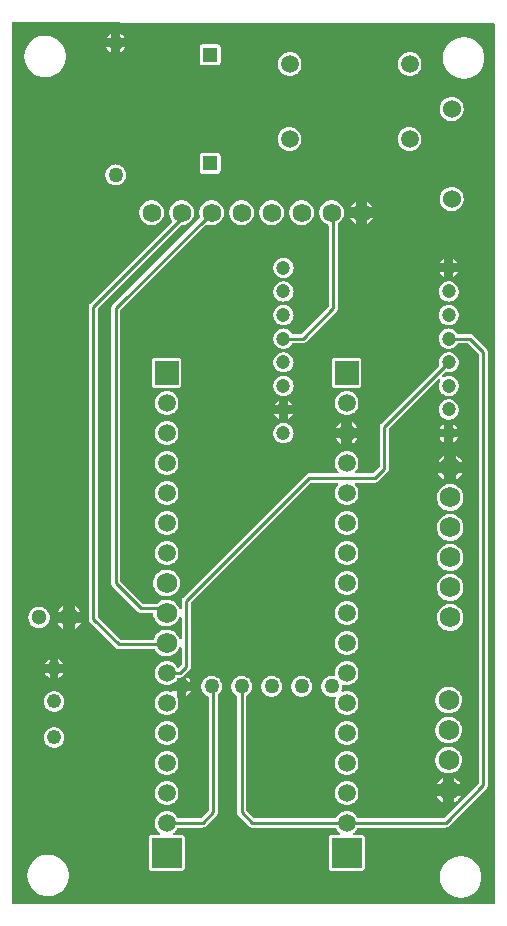
<source format=gbl>
G04 Layer: BottomLayer*
G04 EasyEDA v6.5.40, 2024-06-27 16:13:32*
G04 238aab5cf2124ce88d5ddd1cd96433f3,df7e7e3c38a3447abd37b529b333d242,10*
G04 Gerber Generator version 0.2*
G04 Scale: 100 percent, Rotated: No, Reflected: No *
G04 Dimensions in millimeters *
G04 leading zeros omitted , absolute positions ,4 integer and 5 decimal *
%FSLAX45Y45*%
%MOMM*%

%ADD10C,0.2540*%
%ADD11C,1.2000*%
%ADD12C,1.5900*%
%ADD13C,1.2600*%
%ADD14R,1.2600X1.2600*%
%ADD15C,1.5240*%
%ADD16C,1.7500*%
%ADD17C,1.2116*%
%ADD18C,1.3000*%
%ADD19C,1.6510*%
%ADD20C,1.7500*%
%ADD21C,1.5000*%
%ADD22R,2.0000X2.0000*%
%ADD23R,2.5400X2.5400*%
%ADD24R,0.0154X2.5400*%

%LPD*%
G36*
X581660Y-660400D02*
G01*
X577748Y-659638D01*
X574497Y-657402D01*
X572262Y-654151D01*
X571500Y-650240D01*
X571500Y6797040D01*
X572262Y6800951D01*
X574497Y6804202D01*
X577748Y6806438D01*
X581660Y6807200D01*
X1481683Y6807200D01*
X1485595Y6806438D01*
X1488897Y6804202D01*
X1497888Y6795211D01*
X1499616Y6794500D01*
X4650740Y6794500D01*
X4654651Y6793738D01*
X4657902Y6791502D01*
X4660138Y6788251D01*
X4660900Y6784340D01*
X4660900Y-650240D01*
X4660138Y-654151D01*
X4657902Y-657402D01*
X4654651Y-659638D01*
X4650740Y-660400D01*
G37*

%LPC*%
G36*
X4373321Y-607618D02*
G01*
X4391406Y-606247D01*
X4409186Y-602996D01*
X4426610Y-597916D01*
X4443374Y-591108D01*
X4459325Y-582574D01*
X4474362Y-572465D01*
X4488281Y-560882D01*
X4500930Y-547928D01*
X4512157Y-533704D01*
X4521860Y-518414D01*
X4529988Y-502259D01*
X4536338Y-485292D01*
X4540961Y-467766D01*
X4543755Y-449884D01*
X4544669Y-431800D01*
X4543755Y-413715D01*
X4540961Y-395833D01*
X4536338Y-378307D01*
X4529988Y-361340D01*
X4521860Y-345186D01*
X4512157Y-329895D01*
X4500930Y-315671D01*
X4488281Y-302717D01*
X4474362Y-291134D01*
X4459325Y-281025D01*
X4443374Y-272491D01*
X4426610Y-265684D01*
X4409186Y-260604D01*
X4391406Y-257352D01*
X4373321Y-255981D01*
X4355236Y-256438D01*
X4337253Y-258775D01*
X4319625Y-262890D01*
X4302556Y-268884D01*
X4286148Y-276555D01*
X4270603Y-285851D01*
X4256125Y-296722D01*
X4242816Y-309016D01*
X4230878Y-322630D01*
X4220362Y-337413D01*
X4211472Y-353161D01*
X4204208Y-369773D01*
X4198721Y-386994D01*
X4195013Y-404723D01*
X4193133Y-422757D01*
X4193133Y-440842D01*
X4195013Y-458876D01*
X4198721Y-476605D01*
X4204208Y-493826D01*
X4211472Y-510438D01*
X4220362Y-526186D01*
X4230878Y-540969D01*
X4242816Y-554583D01*
X4256125Y-566877D01*
X4270603Y-577748D01*
X4286148Y-587044D01*
X4302556Y-594715D01*
X4319625Y-600710D01*
X4337253Y-604824D01*
X4355236Y-607161D01*
G37*
G36*
X880821Y-594918D02*
G01*
X898906Y-593547D01*
X916686Y-590296D01*
X934110Y-585216D01*
X950874Y-578408D01*
X966825Y-569874D01*
X981862Y-559765D01*
X995781Y-548182D01*
X1008430Y-535228D01*
X1019657Y-521004D01*
X1029360Y-505714D01*
X1037488Y-489559D01*
X1043838Y-472592D01*
X1048461Y-455066D01*
X1051255Y-437184D01*
X1052169Y-419100D01*
X1051255Y-401015D01*
X1048461Y-383133D01*
X1043838Y-365607D01*
X1037488Y-348640D01*
X1029360Y-332486D01*
X1019657Y-317195D01*
X1008430Y-302971D01*
X995781Y-290017D01*
X981862Y-278434D01*
X966825Y-268325D01*
X950874Y-259791D01*
X934110Y-252984D01*
X916686Y-247904D01*
X898906Y-244652D01*
X880821Y-243281D01*
X862736Y-243738D01*
X844753Y-246075D01*
X827125Y-250190D01*
X810056Y-256184D01*
X793648Y-263855D01*
X778103Y-273151D01*
X763625Y-284022D01*
X750316Y-296316D01*
X738378Y-309930D01*
X727862Y-324713D01*
X718972Y-340461D01*
X711708Y-357073D01*
X706221Y-374294D01*
X702513Y-392023D01*
X700633Y-410057D01*
X700633Y-428142D01*
X702513Y-446176D01*
X706221Y-463905D01*
X711708Y-481126D01*
X718972Y-497738D01*
X727862Y-513486D01*
X738378Y-528269D01*
X750316Y-541883D01*
X763625Y-554177D01*
X778103Y-565048D01*
X793648Y-574344D01*
X810056Y-582015D01*
X827125Y-588010D01*
X844753Y-592124D01*
X862736Y-594461D01*
G37*
G36*
X1753158Y-381508D02*
G01*
X2006041Y-381508D01*
X2012340Y-380796D01*
X2017826Y-378866D01*
X2022703Y-375818D01*
X2026818Y-371703D01*
X2029866Y-366826D01*
X2031796Y-361340D01*
X2032507Y-355041D01*
X2032507Y-102158D01*
X2031796Y-95859D01*
X2029866Y-90373D01*
X2026818Y-85496D01*
X2022703Y-81381D01*
X2017826Y-78333D01*
X2012340Y-76403D01*
X2006041Y-75692D01*
X1943100Y-75692D01*
X1938883Y-74777D01*
X1935429Y-72186D01*
X1933346Y-68376D01*
X1933041Y-64058D01*
X1934565Y-59994D01*
X1937664Y-56946D01*
X1939442Y-55829D01*
X1949754Y-47142D01*
X1958797Y-37134D01*
X1966417Y-26009D01*
X1970074Y-18796D01*
X1972310Y-15849D01*
X1975459Y-13868D01*
X1979117Y-13208D01*
X2183892Y-13208D01*
X2191918Y-12395D01*
X2199132Y-10210D01*
X2205837Y-6654D01*
X2212035Y-1524D01*
X2300224Y86664D01*
X2305354Y92862D01*
X2308910Y99568D01*
X2311095Y106781D01*
X2311908Y114808D01*
X2311908Y1104595D01*
X2312365Y1107694D01*
X2313787Y1110488D01*
X2315972Y1112723D01*
X2318816Y1114806D01*
X2327757Y1123797D01*
X2335377Y1133957D01*
X2341473Y1145082D01*
X2345893Y1156970D01*
X2348585Y1169365D01*
X2349500Y1182014D01*
X2348585Y1194663D01*
X2345893Y1207058D01*
X2341473Y1218946D01*
X2335377Y1230071D01*
X2327757Y1240180D01*
X2318816Y1249172D01*
X2308656Y1256792D01*
X2297531Y1262837D01*
X2285644Y1267256D01*
X2273249Y1270000D01*
X2260600Y1270863D01*
X2247950Y1270000D01*
X2235555Y1267256D01*
X2223668Y1262837D01*
X2212543Y1256792D01*
X2202383Y1249172D01*
X2193442Y1240180D01*
X2185822Y1230071D01*
X2179726Y1218946D01*
X2175306Y1207058D01*
X2172614Y1194663D01*
X2171700Y1182014D01*
X2172614Y1169365D01*
X2175306Y1156970D01*
X2179726Y1145082D01*
X2185822Y1133957D01*
X2193442Y1123797D01*
X2202383Y1114806D01*
X2212543Y1107236D01*
X2223668Y1101140D01*
X2228088Y1099515D01*
X2231542Y1097330D01*
X2233879Y1093978D01*
X2234692Y1089964D01*
X2234692Y134518D01*
X2233930Y130606D01*
X2231694Y127304D01*
X2171395Y67005D01*
X2168093Y64769D01*
X2164181Y64008D01*
X1979117Y64008D01*
X1975459Y64668D01*
X1972310Y66649D01*
X1970074Y69596D01*
X1966417Y76809D01*
X1958797Y87934D01*
X1949754Y97942D01*
X1939442Y106629D01*
X1928063Y113893D01*
X1915871Y119532D01*
X1902968Y123545D01*
X1889709Y125780D01*
X1876247Y126237D01*
X1862836Y124866D01*
X1849729Y121767D01*
X1837131Y116890D01*
X1825294Y110439D01*
X1814474Y102463D01*
X1804771Y93065D01*
X1796440Y82499D01*
X1789582Y70916D01*
X1784299Y58470D01*
X1780743Y45516D01*
X1778965Y32156D01*
X1778965Y18643D01*
X1780743Y5283D01*
X1784299Y-7670D01*
X1789582Y-20116D01*
X1796440Y-31699D01*
X1804771Y-42265D01*
X1814474Y-51663D01*
X1822196Y-57353D01*
X1825040Y-60502D01*
X1826310Y-64516D01*
X1825853Y-68681D01*
X1823720Y-72339D01*
X1820316Y-74828D01*
X1816201Y-75692D01*
X1753158Y-75692D01*
X1746859Y-76403D01*
X1741373Y-78333D01*
X1736496Y-81381D01*
X1732381Y-85496D01*
X1729333Y-90373D01*
X1727403Y-95859D01*
X1726692Y-102158D01*
X1726692Y-355041D01*
X1727403Y-361340D01*
X1729333Y-366826D01*
X1732381Y-371703D01*
X1736496Y-375818D01*
X1741373Y-378866D01*
X1746859Y-380796D01*
G37*
G36*
X3277158Y-381508D02*
G01*
X3530041Y-381508D01*
X3536340Y-380796D01*
X3541826Y-378866D01*
X3546703Y-375818D01*
X3550818Y-371703D01*
X3553866Y-366826D01*
X3555796Y-361340D01*
X3556508Y-355041D01*
X3556508Y-102158D01*
X3555796Y-95859D01*
X3553866Y-90373D01*
X3550818Y-85496D01*
X3546703Y-81381D01*
X3541826Y-78333D01*
X3536340Y-76403D01*
X3530041Y-75692D01*
X3467100Y-75692D01*
X3462883Y-74777D01*
X3459429Y-72186D01*
X3457346Y-68376D01*
X3457041Y-64058D01*
X3458565Y-59994D01*
X3461664Y-56946D01*
X3463442Y-55829D01*
X3473754Y-47142D01*
X3482797Y-37134D01*
X3490417Y-26009D01*
X3494074Y-18796D01*
X3496310Y-15849D01*
X3499459Y-13868D01*
X3503117Y-13208D01*
X4241292Y-13208D01*
X4249318Y-12395D01*
X4256532Y-10210D01*
X4263237Y-6654D01*
X4269435Y-1524D01*
X4586224Y315264D01*
X4591354Y321462D01*
X4594910Y328168D01*
X4597095Y335381D01*
X4597908Y343408D01*
X4597908Y4012692D01*
X4597095Y4020718D01*
X4594910Y4027932D01*
X4591354Y4034637D01*
X4586224Y4040835D01*
X4474159Y4152900D01*
X4467961Y4158030D01*
X4461256Y4161586D01*
X4454042Y4163771D01*
X4446016Y4164584D01*
X4351223Y4164584D01*
X4347667Y4165244D01*
X4344568Y4167073D01*
X4342282Y4169867D01*
X4340961Y4172305D01*
X4333595Y4182160D01*
X4324959Y4190796D01*
X4315104Y4198162D01*
X4304385Y4204004D01*
X4292904Y4208322D01*
X4280916Y4210913D01*
X4268724Y4211777D01*
X4256481Y4210913D01*
X4244492Y4208322D01*
X4233011Y4204004D01*
X4222292Y4198162D01*
X4212437Y4190796D01*
X4203801Y4182160D01*
X4196435Y4172305D01*
X4190593Y4161586D01*
X4186275Y4150106D01*
X4183684Y4138117D01*
X4182821Y4125874D01*
X4183684Y4113682D01*
X4186275Y4101693D01*
X4190593Y4090212D01*
X4196435Y4079443D01*
X4203801Y4069638D01*
X4212437Y4061002D01*
X4222292Y4053636D01*
X4233011Y4047794D01*
X4244492Y4043476D01*
X4256481Y4040886D01*
X4268724Y4040022D01*
X4280916Y4040886D01*
X4292904Y4043476D01*
X4304385Y4047794D01*
X4315104Y4053636D01*
X4324959Y4061002D01*
X4333595Y4069638D01*
X4340961Y4079443D01*
X4342384Y4082084D01*
X4344619Y4084878D01*
X4347718Y4086707D01*
X4351274Y4087368D01*
X4426305Y4087368D01*
X4430217Y4086606D01*
X4433519Y4084370D01*
X4517694Y4000195D01*
X4519930Y3996893D01*
X4520692Y3992981D01*
X4520692Y363118D01*
X4519930Y359206D01*
X4517694Y355904D01*
X4228795Y67005D01*
X4225493Y64769D01*
X4221581Y64008D01*
X3503117Y64008D01*
X3499459Y64668D01*
X3496310Y66649D01*
X3494074Y69596D01*
X3490417Y76809D01*
X3482797Y87934D01*
X3473754Y97942D01*
X3463442Y106629D01*
X3452063Y113893D01*
X3439871Y119532D01*
X3426968Y123545D01*
X3413709Y125780D01*
X3400247Y126237D01*
X3386836Y124866D01*
X3373729Y121767D01*
X3361131Y116890D01*
X3349294Y110439D01*
X3338474Y102463D01*
X3328771Y93065D01*
X3320440Y82499D01*
X3311042Y66954D01*
X3307791Y64769D01*
X3303930Y64008D01*
X2623718Y64008D01*
X2619806Y64769D01*
X2616504Y67005D01*
X2556205Y127304D01*
X2553970Y130606D01*
X2553208Y134518D01*
X2553208Y1096060D01*
X2553868Y1099616D01*
X2555697Y1102715D01*
X2558491Y1104950D01*
X2562656Y1107236D01*
X2572816Y1114806D01*
X2581757Y1123797D01*
X2589377Y1133957D01*
X2595473Y1145082D01*
X2599893Y1156970D01*
X2602585Y1169365D01*
X2603500Y1182014D01*
X2602585Y1194663D01*
X2599893Y1207058D01*
X2595473Y1218946D01*
X2589377Y1230071D01*
X2581757Y1240180D01*
X2572816Y1249172D01*
X2562656Y1256792D01*
X2551531Y1262837D01*
X2539644Y1267256D01*
X2527249Y1270000D01*
X2514600Y1270863D01*
X2501950Y1270000D01*
X2489555Y1267256D01*
X2477668Y1262837D01*
X2466543Y1256792D01*
X2456383Y1249172D01*
X2447442Y1240180D01*
X2439822Y1230071D01*
X2433726Y1218946D01*
X2429306Y1207058D01*
X2426614Y1194663D01*
X2425700Y1182014D01*
X2426614Y1169365D01*
X2429306Y1156970D01*
X2433726Y1145082D01*
X2439822Y1133957D01*
X2447442Y1123797D01*
X2456383Y1114806D01*
X2466543Y1107236D01*
X2470708Y1104950D01*
X2473502Y1102715D01*
X2475331Y1099616D01*
X2475992Y1096060D01*
X2475992Y114808D01*
X2476804Y106781D01*
X2478989Y99568D01*
X2482545Y92862D01*
X2487676Y86664D01*
X2575864Y-1524D01*
X2582062Y-6654D01*
X2588768Y-10210D01*
X2595981Y-12395D01*
X2604008Y-13208D01*
X3303930Y-13208D01*
X3307791Y-13970D01*
X3311042Y-16154D01*
X3320440Y-31699D01*
X3328771Y-42265D01*
X3338474Y-51663D01*
X3346196Y-57353D01*
X3349040Y-60502D01*
X3350310Y-64516D01*
X3349853Y-68681D01*
X3347720Y-72339D01*
X3344316Y-74828D01*
X3340201Y-75692D01*
X3277158Y-75692D01*
X3270859Y-76403D01*
X3265373Y-78333D01*
X3260496Y-81381D01*
X3256381Y-85496D01*
X3253333Y-90373D01*
X3251403Y-95859D01*
X3250692Y-102158D01*
X3250692Y-355041D01*
X3251403Y-361340D01*
X3253333Y-366826D01*
X3256381Y-371703D01*
X3260496Y-375818D01*
X3265373Y-378866D01*
X3270859Y-380796D01*
G37*
G36*
X1876247Y178562D02*
G01*
X1889709Y179019D01*
X1902968Y181254D01*
X1915871Y185267D01*
X1928063Y190906D01*
X1939442Y198170D01*
X1949754Y206857D01*
X1958797Y216865D01*
X1966417Y227990D01*
X1972462Y240029D01*
X1976882Y252729D01*
X1979574Y265938D01*
X1980488Y279400D01*
X1979574Y292862D01*
X1976882Y306070D01*
X1972462Y318770D01*
X1966417Y330809D01*
X1958797Y341934D01*
X1949754Y351942D01*
X1939442Y360629D01*
X1928063Y367893D01*
X1915871Y373532D01*
X1902968Y377545D01*
X1889709Y379780D01*
X1876247Y380238D01*
X1862836Y378866D01*
X1849729Y375767D01*
X1837131Y370890D01*
X1825294Y364439D01*
X1814474Y356463D01*
X1804771Y347065D01*
X1796440Y336499D01*
X1789582Y324916D01*
X1784299Y312470D01*
X1780743Y299516D01*
X1778965Y286156D01*
X1778965Y272643D01*
X1780743Y259283D01*
X1784299Y246329D01*
X1789582Y233883D01*
X1796440Y222300D01*
X1804771Y211734D01*
X1814474Y202336D01*
X1825294Y194360D01*
X1837131Y187909D01*
X1849729Y183032D01*
X1862836Y179933D01*
G37*
G36*
X3400247Y178562D02*
G01*
X3413709Y179019D01*
X3426968Y181254D01*
X3439871Y185267D01*
X3452063Y190906D01*
X3463442Y198170D01*
X3473754Y206857D01*
X3482797Y216865D01*
X3490417Y227990D01*
X3496462Y240029D01*
X3500882Y252729D01*
X3503574Y265938D01*
X3504488Y279400D01*
X3503574Y292862D01*
X3500882Y306070D01*
X3496462Y318770D01*
X3490417Y330809D01*
X3482797Y341934D01*
X3473754Y351942D01*
X3463442Y360629D01*
X3452063Y367893D01*
X3439871Y373532D01*
X3426968Y377545D01*
X3413709Y379780D01*
X3400247Y380238D01*
X3386836Y378866D01*
X3373729Y375767D01*
X3361131Y370890D01*
X3349294Y364439D01*
X3338474Y356463D01*
X3328771Y347065D01*
X3320440Y336499D01*
X3313582Y324916D01*
X3308299Y312470D01*
X3304743Y299516D01*
X3302965Y286156D01*
X3302965Y272643D01*
X3304743Y259283D01*
X3308299Y246329D01*
X3313582Y233883D01*
X3320440Y222300D01*
X3328771Y211734D01*
X3338474Y202336D01*
X3349294Y194360D01*
X3361131Y187909D01*
X3373729Y183032D01*
X3386836Y179933D01*
G37*
G36*
X4217111Y203352D02*
G01*
X4217111Y254711D01*
X4165701Y254711D01*
X4170222Y246024D01*
X4178554Y234086D01*
X4188307Y223367D01*
X4199382Y213918D01*
X4211574Y205994D01*
G37*
G36*
X4317288Y203352D02*
G01*
X4322826Y205994D01*
X4335018Y213918D01*
X4346092Y223367D01*
X4355846Y234086D01*
X4364177Y246024D01*
X4368698Y254711D01*
X4317288Y254711D01*
G37*
G36*
X4317288Y354888D02*
G01*
X4368749Y354888D01*
X4367733Y357225D01*
X4360214Y369671D01*
X4351121Y381050D01*
X4340707Y391160D01*
X4329074Y399846D01*
X4317288Y406450D01*
G37*
G36*
X4165650Y354888D02*
G01*
X4217111Y354888D01*
X4217111Y406450D01*
X4205325Y399846D01*
X4193692Y391160D01*
X4183278Y381050D01*
X4174185Y369671D01*
X4166666Y357225D01*
G37*
G36*
X1876247Y432562D02*
G01*
X1889709Y433019D01*
X1902968Y435254D01*
X1915871Y439267D01*
X1928063Y444906D01*
X1939442Y452170D01*
X1949754Y460857D01*
X1958797Y470865D01*
X1966417Y481990D01*
X1972462Y494030D01*
X1976882Y506730D01*
X1979574Y519938D01*
X1980488Y533400D01*
X1979574Y546862D01*
X1976882Y560070D01*
X1972462Y572770D01*
X1966417Y584809D01*
X1958797Y595934D01*
X1949754Y605942D01*
X1939442Y614629D01*
X1928063Y621893D01*
X1915871Y627532D01*
X1902968Y631545D01*
X1889709Y633780D01*
X1876247Y634238D01*
X1862836Y632866D01*
X1849729Y629767D01*
X1837131Y624890D01*
X1825294Y618439D01*
X1814474Y610463D01*
X1804771Y601065D01*
X1796440Y590499D01*
X1789582Y578916D01*
X1784299Y566470D01*
X1780743Y553516D01*
X1778965Y540156D01*
X1778965Y526643D01*
X1780743Y513283D01*
X1784299Y500329D01*
X1789582Y487883D01*
X1796440Y476300D01*
X1804771Y465734D01*
X1814474Y456336D01*
X1825294Y448360D01*
X1837131Y441909D01*
X1849729Y437032D01*
X1862836Y433933D01*
G37*
G36*
X3400247Y432562D02*
G01*
X3413709Y433019D01*
X3426968Y435254D01*
X3439871Y439267D01*
X3452063Y444906D01*
X3463442Y452170D01*
X3473754Y460857D01*
X3482797Y470865D01*
X3490417Y481990D01*
X3496462Y494030D01*
X3500882Y506730D01*
X3503574Y519938D01*
X3504488Y533400D01*
X3503574Y546862D01*
X3500882Y560070D01*
X3496462Y572770D01*
X3490417Y584809D01*
X3482797Y595934D01*
X3473754Y605942D01*
X3463442Y614629D01*
X3452063Y621893D01*
X3439871Y627532D01*
X3426968Y631545D01*
X3413709Y633780D01*
X3400247Y634238D01*
X3386836Y632866D01*
X3373729Y629767D01*
X3361131Y624890D01*
X3349294Y618439D01*
X3338474Y610463D01*
X3328771Y601065D01*
X3320440Y590499D01*
X3313582Y578916D01*
X3308299Y566470D01*
X3304743Y553516D01*
X3302965Y540156D01*
X3302965Y526643D01*
X3304743Y513283D01*
X3308299Y500329D01*
X3313582Y487883D01*
X3320440Y476300D01*
X3328771Y465734D01*
X3338474Y456336D01*
X3349294Y448360D01*
X3361131Y441909D01*
X3373729Y437032D01*
X3386836Y433933D01*
G37*
G36*
X4267200Y445414D02*
G01*
X4281678Y446328D01*
X4295952Y449122D01*
X4309770Y453694D01*
X4322826Y459993D01*
X4335018Y467918D01*
X4346092Y477367D01*
X4355846Y488086D01*
X4364177Y500024D01*
X4370882Y512927D01*
X4375912Y526542D01*
X4379112Y540715D01*
X4380534Y555142D01*
X4380077Y569671D01*
X4377740Y584047D01*
X4373626Y597966D01*
X4367733Y611225D01*
X4360214Y623671D01*
X4351121Y635050D01*
X4340707Y645160D01*
X4329074Y653846D01*
X4316374Y660958D01*
X4302912Y666394D01*
X4288891Y670102D01*
X4274464Y671931D01*
X4259935Y671931D01*
X4245508Y670102D01*
X4231487Y666394D01*
X4218025Y660958D01*
X4205325Y653846D01*
X4193692Y645160D01*
X4183278Y635050D01*
X4174185Y623671D01*
X4166666Y611225D01*
X4160774Y597966D01*
X4156659Y584047D01*
X4154322Y569671D01*
X4153865Y555142D01*
X4155287Y540715D01*
X4158487Y526542D01*
X4163517Y512927D01*
X4170222Y500024D01*
X4178554Y488086D01*
X4188307Y477367D01*
X4199382Y467918D01*
X4211574Y459993D01*
X4224629Y453694D01*
X4238447Y449122D01*
X4252722Y446328D01*
G37*
G36*
X927100Y662838D02*
G01*
X939393Y663702D01*
X951484Y666343D01*
X963015Y670661D01*
X973836Y676554D01*
X983742Y683971D01*
X992428Y692658D01*
X999845Y702564D01*
X1005738Y713384D01*
X1010056Y724916D01*
X1012698Y737006D01*
X1013561Y749300D01*
X1012698Y761593D01*
X1010056Y773684D01*
X1005738Y785215D01*
X999845Y796036D01*
X992428Y805942D01*
X983742Y814628D01*
X973836Y822045D01*
X963015Y827938D01*
X951484Y832256D01*
X939393Y834898D01*
X927100Y835761D01*
X914806Y834898D01*
X902716Y832256D01*
X891184Y827938D01*
X880364Y822045D01*
X870458Y814628D01*
X861771Y805942D01*
X854354Y796036D01*
X848461Y785215D01*
X844143Y773684D01*
X841502Y761593D01*
X840638Y749300D01*
X841502Y737006D01*
X844143Y724916D01*
X848461Y713384D01*
X854354Y702564D01*
X861771Y692658D01*
X870458Y683971D01*
X880364Y676554D01*
X891184Y670661D01*
X902716Y666343D01*
X914806Y663702D01*
G37*
G36*
X1876247Y686562D02*
G01*
X1889709Y687019D01*
X1902968Y689254D01*
X1915871Y693267D01*
X1928063Y698906D01*
X1939442Y706170D01*
X1949754Y714857D01*
X1958797Y724865D01*
X1966417Y735990D01*
X1972462Y748030D01*
X1976882Y760730D01*
X1979574Y773938D01*
X1980488Y787400D01*
X1979574Y800862D01*
X1976882Y814069D01*
X1972462Y826769D01*
X1966417Y838809D01*
X1958797Y849934D01*
X1949754Y859942D01*
X1939442Y868629D01*
X1928063Y875893D01*
X1915871Y881532D01*
X1902968Y885545D01*
X1889709Y887780D01*
X1876247Y888237D01*
X1862836Y886866D01*
X1849729Y883767D01*
X1837131Y878890D01*
X1825294Y872439D01*
X1814474Y864463D01*
X1804771Y855065D01*
X1796440Y844499D01*
X1789582Y832916D01*
X1784299Y820470D01*
X1780743Y807516D01*
X1778965Y794156D01*
X1778965Y780643D01*
X1780743Y767283D01*
X1784299Y754329D01*
X1789582Y741883D01*
X1796440Y730300D01*
X1804771Y719734D01*
X1814474Y710336D01*
X1825294Y702360D01*
X1837131Y695909D01*
X1849729Y691032D01*
X1862836Y687933D01*
G37*
G36*
X3400247Y686562D02*
G01*
X3413709Y687019D01*
X3426968Y689254D01*
X3439871Y693267D01*
X3452063Y698906D01*
X3463442Y706170D01*
X3473754Y714857D01*
X3482797Y724865D01*
X3490417Y735990D01*
X3496462Y748030D01*
X3500882Y760730D01*
X3503574Y773938D01*
X3504488Y787400D01*
X3503574Y800862D01*
X3500882Y814069D01*
X3496462Y826769D01*
X3490417Y838809D01*
X3482797Y849934D01*
X3473754Y859942D01*
X3463442Y868629D01*
X3452063Y875893D01*
X3439871Y881532D01*
X3426968Y885545D01*
X3413709Y887780D01*
X3400247Y888237D01*
X3386836Y886866D01*
X3373729Y883767D01*
X3361131Y878890D01*
X3349294Y872439D01*
X3338474Y864463D01*
X3328771Y855065D01*
X3320440Y844499D01*
X3313582Y832916D01*
X3308299Y820470D01*
X3304743Y807516D01*
X3302965Y794156D01*
X3302965Y780643D01*
X3304743Y767283D01*
X3308299Y754329D01*
X3313582Y741883D01*
X3320440Y730300D01*
X3328771Y719734D01*
X3338474Y710336D01*
X3349294Y702360D01*
X3361131Y695909D01*
X3373729Y691032D01*
X3386836Y687933D01*
G37*
G36*
X4267200Y699414D02*
G01*
X4281678Y700328D01*
X4295952Y703122D01*
X4309770Y707694D01*
X4322826Y713994D01*
X4335018Y721918D01*
X4346092Y731367D01*
X4355846Y742086D01*
X4364177Y754024D01*
X4370882Y766927D01*
X4375912Y780542D01*
X4379112Y794715D01*
X4380534Y809142D01*
X4380077Y823671D01*
X4377740Y838047D01*
X4373626Y851966D01*
X4367733Y865225D01*
X4360214Y877671D01*
X4351121Y889050D01*
X4340707Y899160D01*
X4329074Y907846D01*
X4316374Y914958D01*
X4302912Y920394D01*
X4288891Y924102D01*
X4274464Y925931D01*
X4259935Y925931D01*
X4245508Y924102D01*
X4231487Y920394D01*
X4218025Y914958D01*
X4205325Y907846D01*
X4193692Y899160D01*
X4183278Y889050D01*
X4174185Y877671D01*
X4166666Y865225D01*
X4160774Y851966D01*
X4156659Y838047D01*
X4154322Y823671D01*
X4153865Y809142D01*
X4155287Y794715D01*
X4158487Y780542D01*
X4163517Y766927D01*
X4170222Y754024D01*
X4178554Y742086D01*
X4188307Y731367D01*
X4199382Y721918D01*
X4211574Y713994D01*
X4224629Y707694D01*
X4238447Y703122D01*
X4252722Y700328D01*
G37*
G36*
X1876247Y940562D02*
G01*
X1889709Y941019D01*
X1902968Y943254D01*
X1915871Y947267D01*
X1928063Y952906D01*
X1939442Y960170D01*
X1949754Y968857D01*
X1958797Y978865D01*
X1966417Y989990D01*
X1972462Y1002030D01*
X1976882Y1014730D01*
X1979574Y1027937D01*
X1980488Y1041400D01*
X1979574Y1054862D01*
X1976882Y1068070D01*
X1972462Y1080770D01*
X1969820Y1086002D01*
X1969007Y1088237D01*
X1968754Y1090574D01*
X1968754Y1144168D01*
X1924151Y1144168D01*
X1922373Y1140460D01*
X1919274Y1137818D01*
X1915363Y1136548D01*
X1911299Y1136954D01*
X1902968Y1139545D01*
X1889709Y1141780D01*
X1876247Y1142238D01*
X1862836Y1140866D01*
X1849729Y1137767D01*
X1837131Y1132890D01*
X1825294Y1126439D01*
X1814474Y1118463D01*
X1804771Y1109065D01*
X1796440Y1098499D01*
X1789582Y1086916D01*
X1784299Y1074470D01*
X1780743Y1061516D01*
X1778965Y1048156D01*
X1778965Y1034643D01*
X1780743Y1021283D01*
X1784299Y1008329D01*
X1789582Y995883D01*
X1796440Y984300D01*
X1804771Y973734D01*
X1814474Y964336D01*
X1825294Y956360D01*
X1837131Y949909D01*
X1849729Y945032D01*
X1862836Y941933D01*
G37*
G36*
X3400247Y940562D02*
G01*
X3413709Y941019D01*
X3426968Y943254D01*
X3439871Y947267D01*
X3452063Y952906D01*
X3463442Y960170D01*
X3473754Y968857D01*
X3482797Y978865D01*
X3490417Y989990D01*
X3496462Y1002030D01*
X3500882Y1014730D01*
X3503574Y1027937D01*
X3504488Y1041400D01*
X3503574Y1054862D01*
X3500882Y1068070D01*
X3496462Y1080770D01*
X3490417Y1092809D01*
X3482797Y1103934D01*
X3473754Y1113942D01*
X3463442Y1122629D01*
X3452063Y1129893D01*
X3439871Y1135532D01*
X3426968Y1139545D01*
X3413709Y1141780D01*
X3400247Y1142238D01*
X3386836Y1140866D01*
X3368801Y1136650D01*
X3364992Y1137412D01*
X3361791Y1139596D01*
X3359607Y1142746D01*
X3358794Y1146556D01*
X3359404Y1150366D01*
X3361893Y1156970D01*
X3364585Y1169365D01*
X3365500Y1182014D01*
X3365093Y1187500D01*
X3365500Y1191260D01*
X3367328Y1194612D01*
X3370224Y1197051D01*
X3373780Y1198321D01*
X3377590Y1198118D01*
X3386836Y1195933D01*
X3400247Y1194562D01*
X3413709Y1195019D01*
X3426968Y1197254D01*
X3439871Y1201267D01*
X3452063Y1206906D01*
X3463442Y1214170D01*
X3473754Y1222857D01*
X3482797Y1232865D01*
X3490417Y1243990D01*
X3496462Y1256030D01*
X3500882Y1268730D01*
X3503574Y1281938D01*
X3504488Y1295400D01*
X3503574Y1308862D01*
X3500882Y1322070D01*
X3496462Y1334770D01*
X3490417Y1346809D01*
X3482797Y1357934D01*
X3473754Y1367942D01*
X3463442Y1376629D01*
X3452063Y1383893D01*
X3439871Y1389532D01*
X3426968Y1393545D01*
X3413709Y1395780D01*
X3400247Y1396238D01*
X3386836Y1394866D01*
X3373729Y1391767D01*
X3361131Y1386890D01*
X3349294Y1380439D01*
X3338474Y1372463D01*
X3328771Y1363065D01*
X3320440Y1352499D01*
X3313582Y1340916D01*
X3308299Y1328470D01*
X3304743Y1315516D01*
X3302965Y1302156D01*
X3302965Y1288643D01*
X3304032Y1280718D01*
X3303778Y1276858D01*
X3302152Y1273352D01*
X3299256Y1270711D01*
X3295650Y1269339D01*
X3291789Y1269441D01*
X3289249Y1270000D01*
X3276600Y1270863D01*
X3263950Y1270000D01*
X3251555Y1267256D01*
X3239668Y1262837D01*
X3228543Y1256792D01*
X3218383Y1249172D01*
X3209442Y1240180D01*
X3201822Y1230071D01*
X3195726Y1218946D01*
X3191306Y1207058D01*
X3188614Y1194663D01*
X3187700Y1182014D01*
X3188614Y1169365D01*
X3191306Y1156970D01*
X3195726Y1145082D01*
X3201822Y1133957D01*
X3209442Y1123797D01*
X3218383Y1114806D01*
X3228543Y1107236D01*
X3239668Y1101140D01*
X3251555Y1096721D01*
X3263950Y1094028D01*
X3276600Y1093114D01*
X3289249Y1094028D01*
X3300171Y1096416D01*
X3304590Y1096365D01*
X3308553Y1094486D01*
X3311398Y1091082D01*
X3312515Y1086815D01*
X3311702Y1082497D01*
X3308299Y1074470D01*
X3304743Y1061516D01*
X3302965Y1048156D01*
X3302965Y1034643D01*
X3304743Y1021283D01*
X3308299Y1008329D01*
X3313582Y995883D01*
X3320440Y984300D01*
X3328771Y973734D01*
X3338474Y964336D01*
X3349294Y956360D01*
X3361131Y949909D01*
X3373729Y945032D01*
X3386836Y941933D01*
G37*
G36*
X4267200Y953414D02*
G01*
X4281678Y954328D01*
X4295952Y957122D01*
X4309770Y961694D01*
X4322826Y967994D01*
X4335018Y975918D01*
X4346092Y985367D01*
X4355846Y996086D01*
X4364177Y1008024D01*
X4370882Y1020927D01*
X4375912Y1034542D01*
X4379112Y1048715D01*
X4380534Y1063142D01*
X4380077Y1077671D01*
X4377740Y1092047D01*
X4373626Y1105966D01*
X4367733Y1119225D01*
X4360214Y1131671D01*
X4351121Y1143050D01*
X4340707Y1153160D01*
X4329074Y1161846D01*
X4316374Y1168958D01*
X4302912Y1174394D01*
X4288891Y1178102D01*
X4274464Y1179931D01*
X4259935Y1179931D01*
X4245508Y1178102D01*
X4231487Y1174394D01*
X4218025Y1168958D01*
X4205325Y1161846D01*
X4193692Y1153160D01*
X4183278Y1143050D01*
X4174185Y1131671D01*
X4166666Y1119225D01*
X4160774Y1105966D01*
X4156659Y1092047D01*
X4154322Y1077671D01*
X4153865Y1063142D01*
X4155287Y1048715D01*
X4158487Y1034542D01*
X4163517Y1020927D01*
X4170222Y1008024D01*
X4178554Y996086D01*
X4188307Y985367D01*
X4199382Y975918D01*
X4211574Y967994D01*
X4224629Y961694D01*
X4238447Y957122D01*
X4252722Y954328D01*
G37*
G36*
X927100Y967638D02*
G01*
X939393Y968502D01*
X951484Y971143D01*
X963015Y975461D01*
X973836Y981354D01*
X983742Y988771D01*
X992428Y997458D01*
X999845Y1007364D01*
X1005738Y1018184D01*
X1010056Y1029716D01*
X1012698Y1041806D01*
X1013561Y1054100D01*
X1012698Y1066393D01*
X1010056Y1078484D01*
X1005738Y1090015D01*
X999845Y1100836D01*
X992428Y1110742D01*
X983742Y1119428D01*
X973836Y1126845D01*
X963015Y1132738D01*
X951484Y1137056D01*
X939393Y1139698D01*
X927100Y1140561D01*
X914806Y1139698D01*
X902716Y1137056D01*
X891184Y1132738D01*
X880364Y1126845D01*
X870458Y1119428D01*
X861771Y1110742D01*
X854354Y1100836D01*
X848461Y1090015D01*
X844143Y1078484D01*
X841502Y1066393D01*
X840638Y1054100D01*
X841502Y1041806D01*
X844143Y1029716D01*
X848461Y1018184D01*
X854354Y1007364D01*
X861771Y997458D01*
X870458Y988771D01*
X880364Y981354D01*
X891184Y975461D01*
X902716Y971143D01*
X914806Y968502D01*
G37*
G36*
X3022600Y1093114D02*
G01*
X3035249Y1094028D01*
X3047644Y1096721D01*
X3059531Y1101140D01*
X3070656Y1107236D01*
X3080816Y1114806D01*
X3089757Y1123797D01*
X3097377Y1133957D01*
X3103422Y1145082D01*
X3107893Y1156970D01*
X3110585Y1169365D01*
X3111500Y1182014D01*
X3110585Y1194663D01*
X3107893Y1207058D01*
X3103422Y1218946D01*
X3097377Y1230071D01*
X3089757Y1240180D01*
X3080816Y1249172D01*
X3070656Y1256792D01*
X3059531Y1262837D01*
X3047644Y1267256D01*
X3035249Y1270000D01*
X3022600Y1270863D01*
X3009950Y1270000D01*
X2997555Y1267256D01*
X2985668Y1262837D01*
X2974543Y1256792D01*
X2964383Y1249172D01*
X2955442Y1240180D01*
X2947822Y1230071D01*
X2941726Y1218946D01*
X2937306Y1207058D01*
X2934614Y1194663D01*
X2933700Y1182014D01*
X2934614Y1169365D01*
X2937306Y1156970D01*
X2941726Y1145082D01*
X2947822Y1133957D01*
X2955442Y1123797D01*
X2964383Y1114806D01*
X2974543Y1107236D01*
X2985668Y1101140D01*
X2997555Y1096721D01*
X3009950Y1094028D01*
G37*
G36*
X2768600Y1093114D02*
G01*
X2781249Y1094028D01*
X2793644Y1096721D01*
X2805531Y1101140D01*
X2816656Y1107236D01*
X2826816Y1114806D01*
X2835757Y1123797D01*
X2843377Y1133957D01*
X2849422Y1145082D01*
X2853893Y1156970D01*
X2856585Y1169365D01*
X2857500Y1182014D01*
X2856585Y1194663D01*
X2853893Y1207058D01*
X2849422Y1218946D01*
X2843377Y1230071D01*
X2835757Y1240180D01*
X2826816Y1249172D01*
X2816656Y1256792D01*
X2805531Y1262837D01*
X2793644Y1267256D01*
X2781249Y1270000D01*
X2768600Y1270863D01*
X2755950Y1270000D01*
X2743555Y1267256D01*
X2731668Y1262837D01*
X2720543Y1256792D01*
X2710383Y1249172D01*
X2701442Y1240180D01*
X2693822Y1230071D01*
X2687726Y1218946D01*
X2683306Y1207058D01*
X2680614Y1194663D01*
X2679700Y1182014D01*
X2680614Y1169365D01*
X2683306Y1156970D01*
X2687726Y1145082D01*
X2693822Y1133957D01*
X2701442Y1123797D01*
X2710383Y1114806D01*
X2720543Y1107236D01*
X2731668Y1101140D01*
X2743555Y1096721D01*
X2755950Y1094028D01*
G37*
G36*
X2044446Y1101648D02*
G01*
X2054656Y1107236D01*
X2064816Y1114806D01*
X2073757Y1123797D01*
X2081377Y1133957D01*
X2086965Y1144168D01*
X2044446Y1144168D01*
G37*
G36*
X1876247Y1194562D02*
G01*
X1889709Y1195019D01*
X1902968Y1197254D01*
X1915871Y1201267D01*
X1928063Y1206906D01*
X1939442Y1214170D01*
X1943303Y1217472D01*
X1946351Y1219250D01*
X1949856Y1219860D01*
X1968754Y1219860D01*
X1968754Y1246225D01*
X1969007Y1248562D01*
X1970074Y1251204D01*
X1972310Y1254150D01*
X1975459Y1256131D01*
X1979117Y1256792D01*
X1993392Y1256792D01*
X2001418Y1257604D01*
X2008632Y1259789D01*
X2015337Y1263345D01*
X2021535Y1268476D01*
X2027123Y1274013D01*
X2030425Y1276197D01*
X2032101Y1276553D01*
X2032406Y1278178D01*
X2034641Y1281531D01*
X2071624Y1318564D01*
X2076754Y1324762D01*
X2080310Y1331468D01*
X2082495Y1338681D01*
X2083307Y1346708D01*
X2083307Y1884781D01*
X2084070Y1888693D01*
X2086305Y1891995D01*
X3099104Y2904794D01*
X3102406Y2907030D01*
X3106318Y2907792D01*
X3325063Y2907792D01*
X3328974Y2907030D01*
X3332327Y2904794D01*
X3334512Y2901442D01*
X3335223Y2897530D01*
X3334410Y2893618D01*
X3332124Y2890316D01*
X3328771Y2887065D01*
X3320440Y2876499D01*
X3313582Y2864916D01*
X3308299Y2852470D01*
X3304743Y2839516D01*
X3302965Y2826156D01*
X3302965Y2812643D01*
X3304743Y2799283D01*
X3308299Y2786329D01*
X3313582Y2773883D01*
X3320440Y2762300D01*
X3328771Y2751734D01*
X3338474Y2742336D01*
X3349294Y2734360D01*
X3361131Y2727909D01*
X3373729Y2723032D01*
X3386836Y2719933D01*
X3400247Y2718562D01*
X3413709Y2719019D01*
X3426968Y2721254D01*
X3439871Y2725267D01*
X3452063Y2730906D01*
X3463442Y2738170D01*
X3473754Y2746857D01*
X3482797Y2756865D01*
X3490417Y2767990D01*
X3496462Y2780030D01*
X3500882Y2792730D01*
X3503574Y2805938D01*
X3504488Y2819400D01*
X3503574Y2832862D01*
X3500882Y2846070D01*
X3496462Y2858770D01*
X3490417Y2870809D01*
X3482797Y2881934D01*
X3474720Y2890824D01*
X3472738Y2894126D01*
X3472129Y2897987D01*
X3472992Y2901746D01*
X3475228Y2904947D01*
X3478479Y2907030D01*
X3482289Y2907792D01*
X3644392Y2907792D01*
X3652418Y2908604D01*
X3659632Y2910789D01*
X3666337Y2914345D01*
X3672535Y2919476D01*
X3748024Y2994964D01*
X3753154Y3001162D01*
X3756710Y3007868D01*
X3758895Y3015081D01*
X3759708Y3023108D01*
X3759708Y3358083D01*
X3760470Y3361994D01*
X3762705Y3365296D01*
X4178604Y3781247D01*
X4182059Y3783482D01*
X4186123Y3784193D01*
X4190136Y3783228D01*
X4193438Y3780790D01*
X4195470Y3777183D01*
X4195927Y3773119D01*
X4194708Y3769156D01*
X4190593Y3761587D01*
X4186275Y3750106D01*
X4183684Y3738118D01*
X4182821Y3725875D01*
X4183684Y3713683D01*
X4186275Y3701694D01*
X4190593Y3690213D01*
X4196435Y3679444D01*
X4203801Y3669639D01*
X4212437Y3661003D01*
X4222292Y3653637D01*
X4233011Y3647795D01*
X4244492Y3643477D01*
X4256481Y3640886D01*
X4268724Y3640023D01*
X4280916Y3640886D01*
X4292904Y3643477D01*
X4304385Y3647795D01*
X4315104Y3653637D01*
X4324959Y3661003D01*
X4333595Y3669639D01*
X4340961Y3679444D01*
X4346803Y3690213D01*
X4351121Y3701694D01*
X4353712Y3713683D01*
X4354576Y3725875D01*
X4353712Y3738118D01*
X4351121Y3750106D01*
X4346803Y3761587D01*
X4340961Y3772306D01*
X4333595Y3782161D01*
X4324959Y3790797D01*
X4315104Y3798163D01*
X4304385Y3804005D01*
X4292904Y3808323D01*
X4280916Y3810914D01*
X4268724Y3811778D01*
X4256481Y3810914D01*
X4244492Y3808323D01*
X4233011Y3804005D01*
X4225442Y3799890D01*
X4221480Y3798671D01*
X4217416Y3799128D01*
X4213809Y3801160D01*
X4211370Y3804462D01*
X4210405Y3808476D01*
X4211116Y3812540D01*
X4213352Y3815994D01*
X4237634Y3840226D01*
X4240377Y3842156D01*
X4243578Y3843121D01*
X4246981Y3842969D01*
X4256481Y3840886D01*
X4268724Y3840022D01*
X4280916Y3840886D01*
X4292904Y3843477D01*
X4304385Y3847795D01*
X4315104Y3853637D01*
X4324959Y3861003D01*
X4333595Y3869639D01*
X4340961Y3879443D01*
X4346803Y3890213D01*
X4351121Y3901694D01*
X4353712Y3913682D01*
X4354576Y3925874D01*
X4353712Y3938117D01*
X4351121Y3950106D01*
X4346803Y3961587D01*
X4340961Y3972306D01*
X4333595Y3982161D01*
X4324959Y3990797D01*
X4315104Y3998163D01*
X4304385Y4004005D01*
X4292904Y4008323D01*
X4280916Y4010914D01*
X4268724Y4011777D01*
X4256481Y4010914D01*
X4244492Y4008323D01*
X4233011Y4004005D01*
X4222292Y3998163D01*
X4212437Y3990797D01*
X4203801Y3982161D01*
X4196435Y3972306D01*
X4190593Y3961587D01*
X4186275Y3950106D01*
X4183684Y3938117D01*
X4182821Y3925874D01*
X4183684Y3913682D01*
X4185767Y3904183D01*
X4185920Y3900779D01*
X4184954Y3897579D01*
X4183024Y3894836D01*
X3694176Y3405936D01*
X3689045Y3399739D01*
X3685489Y3393033D01*
X3683304Y3385820D01*
X3682492Y3377793D01*
X3682492Y3042818D01*
X3681729Y3038906D01*
X3679494Y3035604D01*
X3631895Y2988005D01*
X3628593Y2985770D01*
X3624681Y2985008D01*
X3482289Y2985008D01*
X3478479Y2985770D01*
X3475228Y2987852D01*
X3472992Y2991053D01*
X3472129Y2994812D01*
X3472738Y2998673D01*
X3474720Y3001975D01*
X3482797Y3010865D01*
X3490417Y3021990D01*
X3496462Y3034030D01*
X3500882Y3046730D01*
X3503574Y3059938D01*
X3504488Y3073400D01*
X3503574Y3086862D01*
X3500882Y3100070D01*
X3496462Y3112770D01*
X3490417Y3124809D01*
X3482797Y3135934D01*
X3473754Y3145942D01*
X3463442Y3154629D01*
X3452063Y3161893D01*
X3439871Y3167532D01*
X3426968Y3171545D01*
X3413709Y3173780D01*
X3400247Y3174238D01*
X3386836Y3172866D01*
X3373729Y3169767D01*
X3361131Y3164890D01*
X3349294Y3158439D01*
X3338474Y3150463D01*
X3328771Y3141065D01*
X3320440Y3130499D01*
X3313582Y3118916D01*
X3308299Y3106470D01*
X3304743Y3093516D01*
X3302965Y3080156D01*
X3302965Y3066643D01*
X3304743Y3053283D01*
X3308299Y3040329D01*
X3313582Y3027883D01*
X3320440Y3016300D01*
X3328771Y3005734D01*
X3332124Y3002483D01*
X3334410Y2999181D01*
X3335223Y2995269D01*
X3334512Y2991358D01*
X3332327Y2988005D01*
X3328974Y2985770D01*
X3325063Y2985008D01*
X3086608Y2985008D01*
X3078581Y2984195D01*
X3071368Y2982010D01*
X3064662Y2978454D01*
X3058464Y2973324D01*
X2017775Y1932635D01*
X2012645Y1926437D01*
X2009089Y1919732D01*
X2006904Y1912518D01*
X2006092Y1904492D01*
X2006092Y1844344D01*
X2005279Y1840382D01*
X2002942Y1837029D01*
X1999538Y1834845D01*
X1995525Y1834235D01*
X1991563Y1835200D01*
X1988312Y1837639D01*
X1986280Y1841144D01*
X1984705Y1845970D01*
X1978406Y1859025D01*
X1970481Y1871218D01*
X1961032Y1882292D01*
X1950313Y1892046D01*
X1938375Y1900377D01*
X1925472Y1907082D01*
X1911857Y1912112D01*
X1897684Y1915312D01*
X1883257Y1916734D01*
X1868728Y1916277D01*
X1854352Y1913940D01*
X1840433Y1909825D01*
X1827174Y1903933D01*
X1814728Y1896414D01*
X1803349Y1887321D01*
X1799386Y1883206D01*
X1796034Y1880920D01*
X1792071Y1880107D01*
X1683918Y1880107D01*
X1680006Y1880870D01*
X1676704Y1883105D01*
X1489405Y2070404D01*
X1487170Y2073706D01*
X1486408Y2077618D01*
X1486408Y4361281D01*
X1487170Y4365142D01*
X1489405Y4368444D01*
X2213813Y5091074D01*
X2216912Y5093157D01*
X2220518Y5094020D01*
X2224227Y5093462D01*
X2233320Y5090414D01*
X2246833Y5087721D01*
X2260600Y5086807D01*
X2274366Y5087721D01*
X2287879Y5090414D01*
X2300935Y5094833D01*
X2313279Y5100929D01*
X2324760Y5108600D01*
X2335123Y5117693D01*
X2344216Y5128056D01*
X2351887Y5139486D01*
X2357983Y5151882D01*
X2362403Y5164937D01*
X2365095Y5178450D01*
X2366010Y5192217D01*
X2365095Y5205933D01*
X2362403Y5219496D01*
X2357983Y5232501D01*
X2351887Y5244896D01*
X2344216Y5256326D01*
X2335123Y5266740D01*
X2324760Y5275783D01*
X2313279Y5283454D01*
X2300935Y5289550D01*
X2287879Y5293969D01*
X2274366Y5296662D01*
X2260600Y5297576D01*
X2246833Y5296662D01*
X2233320Y5293969D01*
X2220264Y5289550D01*
X2207920Y5283454D01*
X2196439Y5275783D01*
X2186076Y5266740D01*
X2176983Y5256326D01*
X2169312Y5244896D01*
X2163216Y5232501D01*
X2158796Y5219496D01*
X2156104Y5205933D01*
X2155190Y5192217D01*
X2156104Y5178450D01*
X2158796Y5164937D01*
X2161743Y5156200D01*
X2162302Y5152491D01*
X2161438Y5148834D01*
X2159304Y5145786D01*
X1420876Y4409186D01*
X1415745Y4402937D01*
X1412189Y4396282D01*
X1410004Y4389069D01*
X1409192Y4380992D01*
X1409192Y2057907D01*
X1410004Y2049881D01*
X1412189Y2042668D01*
X1415745Y2035962D01*
X1420876Y2029764D01*
X1636064Y1814575D01*
X1642262Y1809445D01*
X1648968Y1805889D01*
X1656181Y1803704D01*
X1664207Y1802892D01*
X1756664Y1802892D01*
X1760220Y1802231D01*
X1763369Y1800352D01*
X1765604Y1797507D01*
X1766722Y1794052D01*
X1768297Y1781708D01*
X1772005Y1767687D01*
X1777441Y1754225D01*
X1784553Y1741525D01*
X1793239Y1729892D01*
X1803349Y1719478D01*
X1814728Y1710385D01*
X1827174Y1702866D01*
X1840433Y1696974D01*
X1854352Y1692859D01*
X1868728Y1690522D01*
X1883257Y1690065D01*
X1897684Y1691487D01*
X1911857Y1694688D01*
X1925472Y1699717D01*
X1938375Y1706422D01*
X1950313Y1714754D01*
X1961032Y1724507D01*
X1970481Y1735582D01*
X1978406Y1747774D01*
X1984705Y1760829D01*
X1986280Y1765655D01*
X1988312Y1769160D01*
X1991563Y1771599D01*
X1995525Y1772564D01*
X1999538Y1771954D01*
X2002942Y1769770D01*
X2005279Y1766417D01*
X2006092Y1762455D01*
X2006092Y1590344D01*
X2005279Y1586382D01*
X2002942Y1583029D01*
X1999538Y1580845D01*
X1995525Y1580235D01*
X1991563Y1581200D01*
X1988312Y1583639D01*
X1986280Y1587144D01*
X1984705Y1591970D01*
X1978406Y1605026D01*
X1970481Y1617218D01*
X1961032Y1628292D01*
X1950313Y1638046D01*
X1938375Y1646377D01*
X1925472Y1653082D01*
X1911857Y1658112D01*
X1897684Y1661312D01*
X1883257Y1662734D01*
X1868728Y1662277D01*
X1854352Y1659940D01*
X1840433Y1655825D01*
X1827174Y1649933D01*
X1814728Y1642414D01*
X1803349Y1633321D01*
X1793239Y1622907D01*
X1784553Y1611274D01*
X1777441Y1598574D01*
X1772005Y1585112D01*
X1771396Y1582877D01*
X1769364Y1578965D01*
X1765909Y1576273D01*
X1761591Y1575308D01*
X1493418Y1575308D01*
X1489506Y1576070D01*
X1486204Y1578305D01*
X1298905Y1765604D01*
X1296670Y1768906D01*
X1295908Y1772818D01*
X1295908Y4373981D01*
X1296670Y4377893D01*
X1298905Y4381195D01*
X2001672Y5083962D01*
X2004669Y5086045D01*
X2008174Y5086908D01*
X2020366Y5087721D01*
X2033879Y5090414D01*
X2046935Y5094833D01*
X2059279Y5100929D01*
X2070760Y5108600D01*
X2081123Y5117693D01*
X2090216Y5128056D01*
X2097887Y5139486D01*
X2103983Y5151882D01*
X2108403Y5164937D01*
X2111095Y5178450D01*
X2112010Y5192217D01*
X2111095Y5205933D01*
X2108403Y5219496D01*
X2103983Y5232501D01*
X2097887Y5244896D01*
X2090216Y5256326D01*
X2081123Y5266740D01*
X2070760Y5275783D01*
X2059279Y5283454D01*
X2046935Y5289550D01*
X2033879Y5293969D01*
X2020366Y5296662D01*
X2006600Y5297576D01*
X1992833Y5296662D01*
X1979320Y5293969D01*
X1966264Y5289550D01*
X1953920Y5283454D01*
X1942439Y5275783D01*
X1932076Y5266740D01*
X1922983Y5256326D01*
X1915312Y5244896D01*
X1909216Y5232501D01*
X1904796Y5219496D01*
X1902104Y5205933D01*
X1901189Y5192217D01*
X1902104Y5178450D01*
X1904796Y5164937D01*
X1909216Y5151882D01*
X1915312Y5139486D01*
X1923034Y5127955D01*
X1924964Y5124704D01*
X1925574Y5120944D01*
X1924710Y5117236D01*
X1922576Y5114086D01*
X1230376Y4421835D01*
X1225245Y4415637D01*
X1221689Y4408932D01*
X1219504Y4401718D01*
X1218692Y4393692D01*
X1218692Y1753107D01*
X1219504Y1745081D01*
X1221689Y1737868D01*
X1225245Y1731162D01*
X1230376Y1724964D01*
X1445564Y1509776D01*
X1451762Y1504645D01*
X1458468Y1501089D01*
X1465681Y1498904D01*
X1473708Y1498092D01*
X1772716Y1498092D01*
X1776222Y1497482D01*
X1779270Y1495653D01*
X1781556Y1492910D01*
X1784553Y1487525D01*
X1793239Y1475892D01*
X1803349Y1465478D01*
X1814728Y1456385D01*
X1827174Y1448866D01*
X1840433Y1442974D01*
X1854352Y1438859D01*
X1868728Y1436522D01*
X1883257Y1436065D01*
X1897684Y1437487D01*
X1911857Y1440688D01*
X1925472Y1445717D01*
X1938375Y1452422D01*
X1950313Y1460754D01*
X1961032Y1470507D01*
X1970481Y1481582D01*
X1978406Y1493774D01*
X1984705Y1506829D01*
X1986280Y1511655D01*
X1988312Y1515160D01*
X1991563Y1517599D01*
X1995525Y1518564D01*
X1999538Y1517954D01*
X2002942Y1515770D01*
X2005279Y1512417D01*
X2006092Y1508455D01*
X2006092Y1366418D01*
X2005330Y1362506D01*
X2003094Y1359204D01*
X1984502Y1340561D01*
X1981352Y1338427D01*
X1977593Y1337614D01*
X1973834Y1338224D01*
X1970582Y1340154D01*
X1968246Y1343202D01*
X1966417Y1346809D01*
X1958797Y1357934D01*
X1949754Y1367942D01*
X1939442Y1376629D01*
X1928063Y1383893D01*
X1915871Y1389532D01*
X1902968Y1393545D01*
X1889709Y1395780D01*
X1876247Y1396238D01*
X1862836Y1394866D01*
X1849729Y1391767D01*
X1837131Y1386890D01*
X1825294Y1380439D01*
X1814474Y1372463D01*
X1804771Y1363065D01*
X1796440Y1352499D01*
X1789582Y1340916D01*
X1784299Y1328470D01*
X1780743Y1315516D01*
X1778965Y1302156D01*
X1778965Y1288643D01*
X1780743Y1275283D01*
X1784299Y1262329D01*
X1789582Y1249883D01*
X1796440Y1238300D01*
X1804771Y1227734D01*
X1814474Y1218336D01*
X1825294Y1210360D01*
X1837131Y1203909D01*
X1849729Y1199032D01*
X1862836Y1195933D01*
G37*
G36*
X2044446Y1219860D02*
G01*
X2086965Y1219860D01*
X2081377Y1230071D01*
X2073757Y1240180D01*
X2064816Y1249172D01*
X2054656Y1256792D01*
X2044446Y1262329D01*
G37*
G36*
X890473Y1255268D02*
G01*
X890473Y1296873D01*
X848868Y1296873D01*
X854354Y1286764D01*
X861771Y1276858D01*
X870458Y1268171D01*
X880364Y1260754D01*
G37*
G36*
X963726Y1255268D02*
G01*
X973836Y1260754D01*
X983742Y1268171D01*
X992428Y1276858D01*
X999845Y1286764D01*
X1005332Y1296873D01*
X963726Y1296873D01*
G37*
G36*
X963726Y1370126D02*
G01*
X1005332Y1370126D01*
X999845Y1380236D01*
X992428Y1390142D01*
X983742Y1398828D01*
X973836Y1406245D01*
X963726Y1411732D01*
G37*
G36*
X848868Y1370126D02*
G01*
X890473Y1370126D01*
X890473Y1411732D01*
X880364Y1406245D01*
X870458Y1398828D01*
X861771Y1390142D01*
X854354Y1380236D01*
G37*
G36*
X3400247Y1448562D02*
G01*
X3413709Y1449019D01*
X3426968Y1451254D01*
X3439871Y1455267D01*
X3452063Y1460906D01*
X3463442Y1468170D01*
X3473754Y1476857D01*
X3482797Y1486865D01*
X3490417Y1497990D01*
X3496462Y1510030D01*
X3500882Y1522730D01*
X3503574Y1535938D01*
X3504488Y1549400D01*
X3503574Y1562862D01*
X3500882Y1576070D01*
X3496462Y1588770D01*
X3490417Y1600809D01*
X3482797Y1611934D01*
X3473754Y1621942D01*
X3463442Y1630629D01*
X3452063Y1637893D01*
X3439871Y1643532D01*
X3426968Y1647545D01*
X3413709Y1649780D01*
X3400247Y1650238D01*
X3386836Y1648866D01*
X3373729Y1645767D01*
X3361131Y1640890D01*
X3349294Y1634439D01*
X3338474Y1626463D01*
X3328771Y1617065D01*
X3320440Y1606499D01*
X3313582Y1594916D01*
X3308299Y1582470D01*
X3304743Y1569516D01*
X3302965Y1556156D01*
X3302965Y1542643D01*
X3304743Y1529283D01*
X3308299Y1516329D01*
X3313582Y1503883D01*
X3320440Y1492300D01*
X3328771Y1481734D01*
X3338474Y1472336D01*
X3349294Y1464360D01*
X3361131Y1457909D01*
X3373729Y1453032D01*
X3386836Y1449933D01*
G37*
G36*
X4272635Y1652168D02*
G01*
X4287164Y1652168D01*
X4301591Y1653997D01*
X4315612Y1657705D01*
X4329074Y1663141D01*
X4341774Y1670253D01*
X4353407Y1678939D01*
X4363821Y1689049D01*
X4372914Y1700428D01*
X4380433Y1712874D01*
X4386326Y1726133D01*
X4390440Y1740052D01*
X4392777Y1754428D01*
X4393234Y1768957D01*
X4391812Y1783384D01*
X4388612Y1797557D01*
X4383582Y1811223D01*
X4376877Y1824075D01*
X4368546Y1836013D01*
X4358792Y1846732D01*
X4347718Y1856181D01*
X4335526Y1864106D01*
X4322419Y1870405D01*
X4308652Y1874977D01*
X4294378Y1877771D01*
X4279900Y1878685D01*
X4265371Y1877771D01*
X4251147Y1874977D01*
X4237329Y1870405D01*
X4224274Y1864106D01*
X4212082Y1856181D01*
X4201007Y1846732D01*
X4191254Y1836013D01*
X4182922Y1824075D01*
X4176217Y1811223D01*
X4171187Y1797557D01*
X4167936Y1783384D01*
X4166565Y1768957D01*
X4167022Y1754428D01*
X4169359Y1740052D01*
X4173474Y1726133D01*
X4179366Y1712874D01*
X4186885Y1700428D01*
X4195978Y1689049D01*
X4206392Y1678939D01*
X4218025Y1670253D01*
X4230674Y1663141D01*
X4244187Y1657705D01*
X4258208Y1653997D01*
G37*
G36*
X1006500Y1668119D02*
G01*
X1006500Y1717649D01*
X956919Y1717649D01*
X960170Y1711096D01*
X968095Y1699310D01*
X977442Y1688642D01*
X988110Y1679295D01*
X999896Y1671370D01*
G37*
G36*
X1101750Y1668119D02*
G01*
X1108303Y1671370D01*
X1120089Y1679295D01*
X1130757Y1688642D01*
X1140104Y1699310D01*
X1148029Y1711096D01*
X1151280Y1717649D01*
X1101750Y1717649D01*
G37*
G36*
X803249Y1674469D02*
G01*
X815898Y1675790D01*
X828192Y1678889D01*
X839927Y1683613D01*
X850900Y1689963D01*
X860907Y1697736D01*
X869696Y1706880D01*
X877163Y1717141D01*
X883107Y1728317D01*
X887476Y1740255D01*
X890117Y1752650D01*
X890981Y1765300D01*
X890117Y1777949D01*
X887476Y1790344D01*
X883107Y1802282D01*
X877163Y1813458D01*
X869696Y1823720D01*
X860907Y1832864D01*
X850900Y1840636D01*
X839927Y1846986D01*
X828192Y1851710D01*
X815898Y1854809D01*
X803249Y1856130D01*
X790600Y1855673D01*
X778103Y1853488D01*
X766064Y1849577D01*
X754634Y1843989D01*
X744169Y1836928D01*
X734720Y1828444D01*
X726592Y1818741D01*
X719836Y1807972D01*
X714705Y1796389D01*
X711200Y1784197D01*
X709422Y1771650D01*
X709422Y1758950D01*
X711200Y1746402D01*
X714705Y1734210D01*
X719836Y1722628D01*
X726592Y1711858D01*
X734720Y1702155D01*
X744169Y1693672D01*
X754634Y1686610D01*
X766064Y1681022D01*
X778103Y1677111D01*
X790600Y1674926D01*
G37*
G36*
X3400247Y1702562D02*
G01*
X3413709Y1703019D01*
X3426968Y1705254D01*
X3439871Y1709267D01*
X3452063Y1714906D01*
X3463442Y1722170D01*
X3473754Y1730857D01*
X3482797Y1740865D01*
X3490417Y1751990D01*
X3496462Y1764030D01*
X3500882Y1776730D01*
X3503574Y1789938D01*
X3504488Y1803400D01*
X3503574Y1816862D01*
X3500882Y1830070D01*
X3496462Y1842770D01*
X3490417Y1854809D01*
X3482797Y1865934D01*
X3473754Y1875942D01*
X3463442Y1884629D01*
X3452063Y1891893D01*
X3439871Y1897532D01*
X3426968Y1901545D01*
X3413709Y1903780D01*
X3400247Y1904238D01*
X3386836Y1902866D01*
X3373729Y1899767D01*
X3361131Y1894890D01*
X3349294Y1888439D01*
X3338474Y1880463D01*
X3328771Y1871065D01*
X3320440Y1860499D01*
X3313582Y1848916D01*
X3308299Y1836470D01*
X3304743Y1823516D01*
X3302965Y1810156D01*
X3302965Y1796643D01*
X3304743Y1783283D01*
X3308299Y1770329D01*
X3313582Y1757883D01*
X3320440Y1746300D01*
X3328771Y1735734D01*
X3338474Y1726336D01*
X3349294Y1718360D01*
X3361131Y1711909D01*
X3373729Y1707032D01*
X3386836Y1703933D01*
G37*
G36*
X1101750Y1812899D02*
G01*
X1151280Y1812899D01*
X1148029Y1819503D01*
X1140104Y1831289D01*
X1130757Y1841957D01*
X1120089Y1851304D01*
X1108303Y1859229D01*
X1101750Y1862480D01*
G37*
G36*
X956919Y1812899D02*
G01*
X1006500Y1812899D01*
X1006500Y1862480D01*
X999896Y1859229D01*
X988110Y1851304D01*
X977442Y1841957D01*
X968095Y1831289D01*
X960170Y1819503D01*
G37*
G36*
X4272635Y1906168D02*
G01*
X4287164Y1906168D01*
X4301591Y1907997D01*
X4315612Y1911705D01*
X4329074Y1917141D01*
X4341774Y1924253D01*
X4353407Y1932939D01*
X4363821Y1943049D01*
X4372914Y1954428D01*
X4380433Y1966874D01*
X4386326Y1980133D01*
X4390440Y1994052D01*
X4392777Y2008428D01*
X4393234Y2022957D01*
X4391812Y2037384D01*
X4388612Y2051557D01*
X4383582Y2065223D01*
X4376877Y2078075D01*
X4368546Y2090013D01*
X4358792Y2100732D01*
X4347718Y2110181D01*
X4335526Y2118106D01*
X4322419Y2124405D01*
X4308652Y2128977D01*
X4294378Y2131771D01*
X4279900Y2132685D01*
X4265371Y2131771D01*
X4251147Y2128977D01*
X4237329Y2124405D01*
X4224274Y2118106D01*
X4212082Y2110181D01*
X4201007Y2100732D01*
X4191254Y2090013D01*
X4182922Y2078075D01*
X4176217Y2065223D01*
X4171187Y2051557D01*
X4167936Y2037384D01*
X4166565Y2022957D01*
X4167022Y2008428D01*
X4169359Y1994052D01*
X4173474Y1980133D01*
X4179366Y1966874D01*
X4186885Y1954428D01*
X4195978Y1943049D01*
X4206392Y1932939D01*
X4218025Y1924253D01*
X4230674Y1917141D01*
X4244187Y1911705D01*
X4258208Y1907997D01*
G37*
G36*
X1883257Y1944065D02*
G01*
X1897684Y1945487D01*
X1911857Y1948688D01*
X1925472Y1953717D01*
X1938375Y1960422D01*
X1950313Y1968754D01*
X1961032Y1978507D01*
X1970481Y1989582D01*
X1978406Y2001774D01*
X1984705Y2014829D01*
X1989277Y2028647D01*
X1992071Y2042922D01*
X1992985Y2057400D01*
X1992071Y2071878D01*
X1989277Y2086152D01*
X1984705Y2099970D01*
X1978406Y2113026D01*
X1970481Y2125218D01*
X1961032Y2136292D01*
X1950313Y2146046D01*
X1938375Y2154377D01*
X1925472Y2161082D01*
X1911857Y2166112D01*
X1897684Y2169312D01*
X1883257Y2170734D01*
X1868728Y2170277D01*
X1854352Y2167940D01*
X1840433Y2163826D01*
X1827174Y2157933D01*
X1814728Y2150414D01*
X1803349Y2141321D01*
X1793239Y2130907D01*
X1784553Y2119274D01*
X1777441Y2106574D01*
X1772005Y2093112D01*
X1768297Y2079091D01*
X1766468Y2064664D01*
X1766468Y2050135D01*
X1768297Y2035708D01*
X1772005Y2021687D01*
X1777441Y2008225D01*
X1784553Y1995525D01*
X1793239Y1983892D01*
X1803349Y1973478D01*
X1814728Y1964385D01*
X1827174Y1956866D01*
X1840433Y1950974D01*
X1854352Y1946859D01*
X1868728Y1944522D01*
G37*
G36*
X3400247Y1956562D02*
G01*
X3413709Y1957019D01*
X3426968Y1959254D01*
X3439871Y1963267D01*
X3452063Y1968906D01*
X3463442Y1976170D01*
X3473754Y1984857D01*
X3482797Y1994865D01*
X3490417Y2005990D01*
X3496462Y2018030D01*
X3500882Y2030730D01*
X3503574Y2043938D01*
X3504488Y2057400D01*
X3503574Y2070862D01*
X3500882Y2084070D01*
X3496462Y2096770D01*
X3490417Y2108809D01*
X3482797Y2119934D01*
X3473754Y2129942D01*
X3463442Y2138629D01*
X3452063Y2145893D01*
X3439871Y2151532D01*
X3426968Y2155545D01*
X3413709Y2157780D01*
X3400247Y2158238D01*
X3386836Y2156866D01*
X3373729Y2153767D01*
X3361131Y2148890D01*
X3349294Y2142439D01*
X3338474Y2134463D01*
X3328771Y2125065D01*
X3320440Y2114499D01*
X3313582Y2102916D01*
X3308299Y2090470D01*
X3304743Y2077516D01*
X3302965Y2064156D01*
X3302965Y2050643D01*
X3304743Y2037283D01*
X3308299Y2024329D01*
X3313582Y2011883D01*
X3320440Y2000300D01*
X3328771Y1989734D01*
X3338474Y1980336D01*
X3349294Y1972360D01*
X3361131Y1965909D01*
X3373729Y1961032D01*
X3386836Y1957933D01*
G37*
G36*
X4272635Y2160168D02*
G01*
X4287164Y2160168D01*
X4301591Y2161997D01*
X4315612Y2165705D01*
X4329074Y2171141D01*
X4341774Y2178253D01*
X4353407Y2186940D01*
X4363821Y2197049D01*
X4372914Y2208428D01*
X4380433Y2220874D01*
X4386326Y2234133D01*
X4390440Y2248052D01*
X4392777Y2262428D01*
X4393234Y2276957D01*
X4391812Y2291384D01*
X4388612Y2305558D01*
X4383582Y2319223D01*
X4376877Y2332075D01*
X4368546Y2344013D01*
X4358792Y2354732D01*
X4347718Y2364181D01*
X4335526Y2372106D01*
X4322419Y2378405D01*
X4308652Y2382977D01*
X4294378Y2385771D01*
X4279900Y2386685D01*
X4265371Y2385771D01*
X4251147Y2382977D01*
X4237329Y2378405D01*
X4224274Y2372106D01*
X4212082Y2364181D01*
X4201007Y2354732D01*
X4191254Y2344013D01*
X4182922Y2332075D01*
X4176217Y2319223D01*
X4171187Y2305558D01*
X4167936Y2291384D01*
X4166565Y2276957D01*
X4167022Y2262428D01*
X4169359Y2248052D01*
X4173474Y2234133D01*
X4179366Y2220874D01*
X4186885Y2208428D01*
X4195978Y2197049D01*
X4206392Y2186940D01*
X4218025Y2178253D01*
X4230674Y2171141D01*
X4244187Y2165705D01*
X4258208Y2161997D01*
G37*
G36*
X1876247Y2210562D02*
G01*
X1889709Y2211019D01*
X1902968Y2213254D01*
X1915871Y2217267D01*
X1928063Y2222906D01*
X1939442Y2230170D01*
X1949754Y2238857D01*
X1958797Y2248865D01*
X1966417Y2259990D01*
X1972462Y2272030D01*
X1976882Y2284730D01*
X1979574Y2297938D01*
X1980488Y2311400D01*
X1979574Y2324862D01*
X1976882Y2338070D01*
X1972462Y2350770D01*
X1966417Y2362809D01*
X1958797Y2373934D01*
X1949754Y2383942D01*
X1939442Y2392629D01*
X1928063Y2399893D01*
X1915871Y2405532D01*
X1902968Y2409545D01*
X1889709Y2411780D01*
X1876247Y2412238D01*
X1862836Y2410866D01*
X1849729Y2407767D01*
X1837131Y2402890D01*
X1825294Y2396439D01*
X1814474Y2388463D01*
X1804771Y2379065D01*
X1796440Y2368499D01*
X1789582Y2356916D01*
X1784299Y2344470D01*
X1780743Y2331516D01*
X1778965Y2318156D01*
X1778965Y2304643D01*
X1780743Y2291283D01*
X1784299Y2278329D01*
X1789582Y2265883D01*
X1796440Y2254300D01*
X1804771Y2243734D01*
X1814474Y2234336D01*
X1825294Y2226360D01*
X1837131Y2219909D01*
X1849729Y2215032D01*
X1862836Y2211933D01*
G37*
G36*
X3400247Y2210562D02*
G01*
X3413709Y2211019D01*
X3426968Y2213254D01*
X3439871Y2217267D01*
X3452063Y2222906D01*
X3463442Y2230170D01*
X3473754Y2238857D01*
X3482797Y2248865D01*
X3490417Y2259990D01*
X3496462Y2272030D01*
X3500882Y2284730D01*
X3503574Y2297938D01*
X3504488Y2311400D01*
X3503574Y2324862D01*
X3500882Y2338070D01*
X3496462Y2350770D01*
X3490417Y2362809D01*
X3482797Y2373934D01*
X3473754Y2383942D01*
X3463442Y2392629D01*
X3452063Y2399893D01*
X3439871Y2405532D01*
X3426968Y2409545D01*
X3413709Y2411780D01*
X3400247Y2412238D01*
X3386836Y2410866D01*
X3373729Y2407767D01*
X3361131Y2402890D01*
X3349294Y2396439D01*
X3338474Y2388463D01*
X3328771Y2379065D01*
X3320440Y2368499D01*
X3313582Y2356916D01*
X3308299Y2344470D01*
X3304743Y2331516D01*
X3302965Y2318156D01*
X3302965Y2304643D01*
X3304743Y2291283D01*
X3308299Y2278329D01*
X3313582Y2265883D01*
X3320440Y2254300D01*
X3328771Y2243734D01*
X3338474Y2234336D01*
X3349294Y2226360D01*
X3361131Y2219909D01*
X3373729Y2215032D01*
X3386836Y2211933D01*
G37*
G36*
X4272635Y2414168D02*
G01*
X4287164Y2414168D01*
X4301591Y2415997D01*
X4315612Y2419705D01*
X4329074Y2425141D01*
X4341774Y2432253D01*
X4353407Y2440940D01*
X4363821Y2451049D01*
X4372914Y2462428D01*
X4380433Y2474874D01*
X4386326Y2488133D01*
X4390440Y2502052D01*
X4392777Y2516428D01*
X4393234Y2530957D01*
X4391812Y2545384D01*
X4388612Y2559558D01*
X4383582Y2573172D01*
X4376877Y2586075D01*
X4368546Y2598013D01*
X4358792Y2608732D01*
X4347718Y2618181D01*
X4335526Y2626106D01*
X4322419Y2632405D01*
X4308652Y2636977D01*
X4294378Y2639771D01*
X4279900Y2640685D01*
X4265371Y2639771D01*
X4251147Y2636977D01*
X4237329Y2632405D01*
X4224274Y2626106D01*
X4212082Y2618181D01*
X4201007Y2608732D01*
X4191254Y2598013D01*
X4182922Y2586075D01*
X4176217Y2573172D01*
X4171187Y2559558D01*
X4167936Y2545384D01*
X4166565Y2530957D01*
X4167022Y2516428D01*
X4169359Y2502052D01*
X4173474Y2488133D01*
X4179366Y2474874D01*
X4186885Y2462428D01*
X4195978Y2451049D01*
X4206392Y2440940D01*
X4218025Y2432253D01*
X4230674Y2425141D01*
X4244187Y2419705D01*
X4258208Y2415997D01*
G37*
G36*
X1876247Y2464562D02*
G01*
X1889709Y2465019D01*
X1902968Y2467254D01*
X1915871Y2471267D01*
X1928063Y2476906D01*
X1939442Y2484170D01*
X1949754Y2492857D01*
X1958797Y2502865D01*
X1966417Y2513990D01*
X1972462Y2526030D01*
X1976882Y2538730D01*
X1979574Y2551938D01*
X1980488Y2565400D01*
X1979574Y2578862D01*
X1976882Y2592070D01*
X1972462Y2604770D01*
X1966417Y2616809D01*
X1958797Y2627934D01*
X1949754Y2637942D01*
X1939442Y2646629D01*
X1928063Y2653893D01*
X1915871Y2659532D01*
X1902968Y2663545D01*
X1889709Y2665780D01*
X1876247Y2666238D01*
X1862836Y2664866D01*
X1849729Y2661767D01*
X1837131Y2656890D01*
X1825294Y2650439D01*
X1814474Y2642463D01*
X1804771Y2633065D01*
X1796440Y2622499D01*
X1789582Y2610916D01*
X1784299Y2598470D01*
X1780743Y2585516D01*
X1778965Y2572156D01*
X1778965Y2558643D01*
X1780743Y2545283D01*
X1784299Y2532329D01*
X1789582Y2519883D01*
X1796440Y2508300D01*
X1804771Y2497734D01*
X1814474Y2488336D01*
X1825294Y2480360D01*
X1837131Y2473909D01*
X1849729Y2469032D01*
X1862836Y2465933D01*
G37*
G36*
X3400247Y2464562D02*
G01*
X3413709Y2465019D01*
X3426968Y2467254D01*
X3439871Y2471267D01*
X3452063Y2476906D01*
X3463442Y2484170D01*
X3473754Y2492857D01*
X3482797Y2502865D01*
X3490417Y2513990D01*
X3496462Y2526030D01*
X3500882Y2538730D01*
X3503574Y2551938D01*
X3504488Y2565400D01*
X3503574Y2578862D01*
X3500882Y2592070D01*
X3496462Y2604770D01*
X3490417Y2616809D01*
X3482797Y2627934D01*
X3473754Y2637942D01*
X3463442Y2646629D01*
X3452063Y2653893D01*
X3439871Y2659532D01*
X3426968Y2663545D01*
X3413709Y2665780D01*
X3400247Y2666238D01*
X3386836Y2664866D01*
X3373729Y2661767D01*
X3361131Y2656890D01*
X3349294Y2650439D01*
X3338474Y2642463D01*
X3328771Y2633065D01*
X3320440Y2622499D01*
X3313582Y2610916D01*
X3308299Y2598470D01*
X3304743Y2585516D01*
X3302965Y2572156D01*
X3302965Y2558643D01*
X3304743Y2545283D01*
X3308299Y2532329D01*
X3313582Y2519883D01*
X3320440Y2508300D01*
X3328771Y2497734D01*
X3338474Y2488336D01*
X3349294Y2480360D01*
X3361131Y2473909D01*
X3373729Y2469032D01*
X3386836Y2465933D01*
G37*
G36*
X4272635Y2668168D02*
G01*
X4287164Y2668168D01*
X4301591Y2669997D01*
X4315612Y2673705D01*
X4329074Y2679141D01*
X4341774Y2686253D01*
X4353407Y2694940D01*
X4363821Y2705049D01*
X4372914Y2716428D01*
X4380433Y2728874D01*
X4386326Y2742133D01*
X4390440Y2756052D01*
X4392777Y2770428D01*
X4393234Y2784957D01*
X4391812Y2799384D01*
X4388612Y2813558D01*
X4383582Y2827172D01*
X4376877Y2840075D01*
X4368546Y2852013D01*
X4358792Y2862732D01*
X4347718Y2872181D01*
X4335526Y2880106D01*
X4322419Y2886405D01*
X4308652Y2890977D01*
X4294378Y2893771D01*
X4279900Y2894685D01*
X4265371Y2893771D01*
X4251147Y2890977D01*
X4237329Y2886405D01*
X4224274Y2880106D01*
X4212082Y2872181D01*
X4201007Y2862732D01*
X4191254Y2852013D01*
X4182922Y2840075D01*
X4176217Y2827172D01*
X4171187Y2813558D01*
X4167936Y2799384D01*
X4166565Y2784957D01*
X4167022Y2770428D01*
X4169359Y2756052D01*
X4173474Y2742133D01*
X4179366Y2728874D01*
X4186885Y2716428D01*
X4195978Y2705049D01*
X4206392Y2694940D01*
X4218025Y2686253D01*
X4230674Y2679141D01*
X4244187Y2673705D01*
X4258208Y2669997D01*
G37*
G36*
X1876247Y2718562D02*
G01*
X1889709Y2719019D01*
X1902968Y2721254D01*
X1915871Y2725267D01*
X1928063Y2730906D01*
X1939442Y2738170D01*
X1949754Y2746857D01*
X1958797Y2756865D01*
X1966417Y2767990D01*
X1972462Y2780030D01*
X1976882Y2792730D01*
X1979574Y2805938D01*
X1980488Y2819400D01*
X1979574Y2832862D01*
X1976882Y2846070D01*
X1972462Y2858770D01*
X1966417Y2870809D01*
X1958797Y2881934D01*
X1949754Y2891942D01*
X1939442Y2900629D01*
X1928063Y2907893D01*
X1915871Y2913532D01*
X1902968Y2917545D01*
X1889709Y2919780D01*
X1876247Y2920238D01*
X1862836Y2918866D01*
X1849729Y2915767D01*
X1837131Y2910890D01*
X1825294Y2904439D01*
X1814474Y2896463D01*
X1804771Y2887065D01*
X1796440Y2876499D01*
X1789582Y2864916D01*
X1784299Y2852470D01*
X1780743Y2839516D01*
X1778965Y2826156D01*
X1778965Y2812643D01*
X1780743Y2799283D01*
X1784299Y2786329D01*
X1789582Y2773883D01*
X1796440Y2762300D01*
X1804771Y2751734D01*
X1814474Y2742336D01*
X1825294Y2734360D01*
X1837131Y2727909D01*
X1849729Y2723032D01*
X1862836Y2719933D01*
G37*
G36*
X4229811Y2933649D02*
G01*
X4229811Y2985211D01*
X4178300Y2985211D01*
X4179366Y2982874D01*
X4186885Y2970428D01*
X4195978Y2959049D01*
X4206392Y2948940D01*
X4218025Y2940253D01*
G37*
G36*
X4329988Y2933649D02*
G01*
X4341774Y2940253D01*
X4353407Y2948940D01*
X4363821Y2959049D01*
X4372914Y2970428D01*
X4380433Y2982874D01*
X4381449Y2985211D01*
X4329988Y2985211D01*
G37*
G36*
X1876247Y2972562D02*
G01*
X1889709Y2973019D01*
X1902968Y2975254D01*
X1915871Y2979267D01*
X1928063Y2984906D01*
X1939442Y2992170D01*
X1949754Y3000857D01*
X1958797Y3010865D01*
X1966417Y3021990D01*
X1972462Y3034030D01*
X1976882Y3046730D01*
X1979574Y3059938D01*
X1980488Y3073400D01*
X1979574Y3086862D01*
X1976882Y3100070D01*
X1972462Y3112770D01*
X1966417Y3124809D01*
X1958797Y3135934D01*
X1949754Y3145942D01*
X1939442Y3154629D01*
X1928063Y3161893D01*
X1915871Y3167532D01*
X1902968Y3171545D01*
X1889709Y3173780D01*
X1876247Y3174238D01*
X1862836Y3172866D01*
X1849729Y3169767D01*
X1837131Y3164890D01*
X1825294Y3158439D01*
X1814474Y3150463D01*
X1804771Y3141065D01*
X1796440Y3130499D01*
X1789582Y3118916D01*
X1784299Y3106470D01*
X1780743Y3093516D01*
X1778965Y3080156D01*
X1778965Y3066643D01*
X1780743Y3053283D01*
X1784299Y3040329D01*
X1789582Y3027883D01*
X1796440Y3016300D01*
X1804771Y3005734D01*
X1814474Y2996336D01*
X1825294Y2988360D01*
X1837131Y2981909D01*
X1849729Y2977032D01*
X1862836Y2973933D01*
G37*
G36*
X4178401Y3085388D02*
G01*
X4229811Y3085388D01*
X4229811Y3136747D01*
X4224274Y3134106D01*
X4212082Y3126181D01*
X4201007Y3116732D01*
X4191254Y3106013D01*
X4182922Y3094075D01*
G37*
G36*
X4329988Y3085388D02*
G01*
X4381398Y3085388D01*
X4376877Y3094075D01*
X4368546Y3106013D01*
X4358792Y3116732D01*
X4347718Y3126181D01*
X4335526Y3134106D01*
X4329988Y3136747D01*
G37*
G36*
X1876247Y3226562D02*
G01*
X1889709Y3227019D01*
X1902968Y3229254D01*
X1915871Y3233267D01*
X1928063Y3238906D01*
X1939442Y3246170D01*
X1949754Y3254857D01*
X1958797Y3264865D01*
X1966417Y3275990D01*
X1972462Y3288029D01*
X1976882Y3300729D01*
X1979574Y3313937D01*
X1980488Y3327400D01*
X1979574Y3340862D01*
X1976882Y3354070D01*
X1972462Y3366770D01*
X1966417Y3378809D01*
X1958797Y3389934D01*
X1949754Y3399942D01*
X1939442Y3408629D01*
X1928063Y3415893D01*
X1915871Y3421532D01*
X1902968Y3425545D01*
X1889709Y3427780D01*
X1876247Y3428237D01*
X1862836Y3426866D01*
X1849729Y3423767D01*
X1837131Y3418890D01*
X1825294Y3412439D01*
X1814474Y3404463D01*
X1804771Y3395065D01*
X1796440Y3384499D01*
X1789582Y3372916D01*
X1784299Y3360470D01*
X1780743Y3347516D01*
X1778965Y3334156D01*
X1778965Y3320643D01*
X1780743Y3307283D01*
X1784299Y3294329D01*
X1789582Y3281883D01*
X1796440Y3270300D01*
X1804771Y3259734D01*
X1814474Y3250336D01*
X1825294Y3242360D01*
X1837131Y3235909D01*
X1849729Y3231032D01*
X1862836Y3227933D01*
G37*
G36*
X3359759Y3236671D02*
G01*
X3359759Y3283559D01*
X3312871Y3283559D01*
X3313582Y3281883D01*
X3320440Y3270300D01*
X3328771Y3259734D01*
X3338474Y3250336D01*
X3349294Y3242360D01*
G37*
G36*
X3447440Y3236772D02*
G01*
X3452063Y3238906D01*
X3463442Y3246170D01*
X3473754Y3254857D01*
X3482797Y3264865D01*
X3490417Y3275990D01*
X3494227Y3283559D01*
X3447440Y3283559D01*
G37*
G36*
X2868726Y3240024D02*
G01*
X2880918Y3240887D01*
X2892907Y3243478D01*
X2904388Y3247796D01*
X2915158Y3253638D01*
X2924962Y3261004D01*
X2933598Y3269640D01*
X2940964Y3279444D01*
X2946806Y3290214D01*
X2951124Y3301695D01*
X2953715Y3313684D01*
X2954578Y3325876D01*
X2953715Y3338118D01*
X2951124Y3350107D01*
X2946806Y3361588D01*
X2940964Y3372307D01*
X2933598Y3382162D01*
X2924962Y3390798D01*
X2915158Y3398164D01*
X2904388Y3404006D01*
X2892907Y3408324D01*
X2880918Y3410915D01*
X2868726Y3411778D01*
X2856484Y3410915D01*
X2844495Y3408324D01*
X2833014Y3404006D01*
X2822295Y3398164D01*
X2812440Y3390798D01*
X2803804Y3382162D01*
X2796438Y3372307D01*
X2790596Y3361588D01*
X2786278Y3350107D01*
X2783687Y3338118D01*
X2782824Y3325876D01*
X2783687Y3313684D01*
X2786278Y3301695D01*
X2790596Y3290214D01*
X2796438Y3279444D01*
X2803804Y3269640D01*
X2812440Y3261004D01*
X2822295Y3253638D01*
X2833014Y3247796D01*
X2844495Y3243478D01*
X2856484Y3240887D01*
G37*
G36*
X4305046Y3248152D02*
G01*
X4315104Y3253638D01*
X4324959Y3261004D01*
X4333595Y3269640D01*
X4340961Y3279444D01*
X4346448Y3289554D01*
X4305046Y3289554D01*
G37*
G36*
X4232351Y3248152D02*
G01*
X4232351Y3289554D01*
X4190949Y3289554D01*
X4196435Y3279444D01*
X4203801Y3269640D01*
X4212437Y3261004D01*
X4222292Y3253638D01*
G37*
G36*
X4190949Y3362248D02*
G01*
X4232351Y3362248D01*
X4232351Y3403650D01*
X4222292Y3398164D01*
X4212437Y3390798D01*
X4203801Y3382162D01*
X4196435Y3372307D01*
G37*
G36*
X4305046Y3362248D02*
G01*
X4346448Y3362248D01*
X4340961Y3372307D01*
X4333595Y3382162D01*
X4324959Y3390798D01*
X4315104Y3398164D01*
X4305046Y3403650D01*
G37*
G36*
X3447440Y3371240D02*
G01*
X3494227Y3371240D01*
X3490417Y3378809D01*
X3482797Y3389934D01*
X3473754Y3399942D01*
X3463442Y3408629D01*
X3452063Y3415893D01*
X3447440Y3418027D01*
G37*
G36*
X3312871Y3371240D02*
G01*
X3359759Y3371240D01*
X3359759Y3418128D01*
X3349294Y3412439D01*
X3338474Y3404463D01*
X3328771Y3395065D01*
X3320440Y3384499D01*
X3313582Y3372916D01*
G37*
G36*
X4268724Y3440023D02*
G01*
X4280916Y3440887D01*
X4292904Y3443478D01*
X4304385Y3447796D01*
X4315104Y3453637D01*
X4324959Y3461004D01*
X4333595Y3469640D01*
X4340961Y3479444D01*
X4346803Y3490214D01*
X4351121Y3501694D01*
X4353712Y3513683D01*
X4354576Y3525875D01*
X4353712Y3538118D01*
X4351121Y3550107D01*
X4346803Y3561587D01*
X4340961Y3572306D01*
X4333595Y3582162D01*
X4324959Y3590798D01*
X4315104Y3598164D01*
X4304385Y3604006D01*
X4292904Y3608324D01*
X4280916Y3610914D01*
X4268724Y3611778D01*
X4256481Y3610914D01*
X4244492Y3608324D01*
X4233011Y3604006D01*
X4222292Y3598164D01*
X4212437Y3590798D01*
X4203801Y3582162D01*
X4196435Y3572306D01*
X4190593Y3561587D01*
X4186275Y3550107D01*
X4183684Y3538118D01*
X4182821Y3525875D01*
X4183684Y3513683D01*
X4186275Y3501694D01*
X4190593Y3490214D01*
X4196435Y3479444D01*
X4203801Y3469640D01*
X4212437Y3461004D01*
X4222292Y3453637D01*
X4233011Y3447796D01*
X4244492Y3443478D01*
X4256481Y3440887D01*
G37*
G36*
X2905048Y3448151D02*
G01*
X2915158Y3453637D01*
X2924962Y3461004D01*
X2933598Y3469640D01*
X2940964Y3479444D01*
X2946450Y3489553D01*
X2905048Y3489553D01*
G37*
G36*
X2832354Y3448151D02*
G01*
X2832354Y3489553D01*
X2790952Y3489553D01*
X2796438Y3479444D01*
X2803804Y3469640D01*
X2812440Y3461004D01*
X2822295Y3453637D01*
G37*
G36*
X1876247Y3480562D02*
G01*
X1889709Y3481019D01*
X1902968Y3483254D01*
X1915871Y3487267D01*
X1928063Y3492906D01*
X1939442Y3500170D01*
X1949754Y3508857D01*
X1958797Y3518865D01*
X1966417Y3529990D01*
X1972462Y3542029D01*
X1976882Y3554729D01*
X1979574Y3567937D01*
X1980488Y3581400D01*
X1979574Y3594862D01*
X1976882Y3608070D01*
X1972462Y3620770D01*
X1966417Y3632809D01*
X1958797Y3643934D01*
X1949754Y3653942D01*
X1939442Y3662629D01*
X1928063Y3669893D01*
X1915871Y3675532D01*
X1902968Y3679545D01*
X1889709Y3681780D01*
X1876247Y3682237D01*
X1862836Y3680866D01*
X1849729Y3677767D01*
X1837131Y3672890D01*
X1825294Y3666439D01*
X1814474Y3658463D01*
X1804771Y3649065D01*
X1796440Y3638499D01*
X1789582Y3626916D01*
X1784299Y3614470D01*
X1780743Y3601516D01*
X1778965Y3588156D01*
X1778965Y3574643D01*
X1780743Y3561283D01*
X1784299Y3548329D01*
X1789582Y3535883D01*
X1796440Y3524300D01*
X1804771Y3513734D01*
X1814474Y3504336D01*
X1825294Y3496360D01*
X1837131Y3489909D01*
X1849729Y3485032D01*
X1862836Y3481933D01*
G37*
G36*
X3400247Y3480562D02*
G01*
X3413709Y3481019D01*
X3426968Y3483254D01*
X3439871Y3487267D01*
X3452063Y3492906D01*
X3463442Y3500170D01*
X3473754Y3508857D01*
X3482797Y3518865D01*
X3490417Y3529990D01*
X3496462Y3542029D01*
X3500882Y3554729D01*
X3503574Y3567937D01*
X3504488Y3581400D01*
X3503574Y3594862D01*
X3500882Y3608070D01*
X3496462Y3620770D01*
X3490417Y3632809D01*
X3482797Y3643934D01*
X3473754Y3653942D01*
X3463442Y3662629D01*
X3452063Y3669893D01*
X3439871Y3675532D01*
X3426968Y3679545D01*
X3413709Y3681780D01*
X3400247Y3682237D01*
X3386836Y3680866D01*
X3373729Y3677767D01*
X3361131Y3672890D01*
X3349294Y3666439D01*
X3338474Y3658463D01*
X3328771Y3649065D01*
X3320440Y3638499D01*
X3313582Y3626916D01*
X3308299Y3614470D01*
X3304743Y3601516D01*
X3302965Y3588156D01*
X3302965Y3574643D01*
X3304743Y3561283D01*
X3308299Y3548329D01*
X3313582Y3535883D01*
X3320440Y3524300D01*
X3328771Y3513734D01*
X3338474Y3504336D01*
X3349294Y3496360D01*
X3361131Y3489909D01*
X3373729Y3485032D01*
X3386836Y3481933D01*
G37*
G36*
X2790952Y3562248D02*
G01*
X2832354Y3562248D01*
X2832354Y3603650D01*
X2822295Y3598164D01*
X2812440Y3590798D01*
X2803804Y3582162D01*
X2796438Y3572306D01*
G37*
G36*
X2905048Y3562248D02*
G01*
X2946450Y3562248D01*
X2940964Y3572306D01*
X2933598Y3582162D01*
X2924962Y3590798D01*
X2915158Y3598164D01*
X2905048Y3603650D01*
G37*
G36*
X2868726Y3640023D02*
G01*
X2880918Y3640886D01*
X2892907Y3643477D01*
X2904388Y3647795D01*
X2915158Y3653637D01*
X2924962Y3661003D01*
X2933598Y3669639D01*
X2940964Y3679444D01*
X2946806Y3690213D01*
X2951124Y3701694D01*
X2953715Y3713683D01*
X2954578Y3725875D01*
X2953715Y3738118D01*
X2951124Y3750106D01*
X2946806Y3761587D01*
X2940964Y3772306D01*
X2933598Y3782161D01*
X2924962Y3790797D01*
X2915158Y3798163D01*
X2904388Y3804005D01*
X2892907Y3808323D01*
X2880918Y3810914D01*
X2868726Y3811778D01*
X2856484Y3810914D01*
X2844495Y3808323D01*
X2833014Y3804005D01*
X2822295Y3798163D01*
X2812440Y3790797D01*
X2803804Y3782161D01*
X2796438Y3772306D01*
X2790596Y3761587D01*
X2786278Y3750106D01*
X2783687Y3738118D01*
X2782824Y3725875D01*
X2783687Y3713683D01*
X2786278Y3701694D01*
X2790596Y3690213D01*
X2796438Y3679444D01*
X2803804Y3669639D01*
X2812440Y3661003D01*
X2822295Y3653637D01*
X2833014Y3647795D01*
X2844495Y3643477D01*
X2856484Y3640886D01*
G37*
G36*
X1780184Y3709466D02*
G01*
X1979015Y3709466D01*
X1985365Y3710228D01*
X1990801Y3712108D01*
X1995728Y3715207D01*
X1999792Y3719271D01*
X2002891Y3724198D01*
X2004771Y3729634D01*
X2005533Y3735984D01*
X2005533Y3934815D01*
X2004771Y3941165D01*
X2002891Y3946601D01*
X1999792Y3951528D01*
X1995728Y3955592D01*
X1990801Y3958691D01*
X1985365Y3960571D01*
X1979015Y3961282D01*
X1780184Y3961282D01*
X1773834Y3960571D01*
X1768398Y3958691D01*
X1763471Y3955592D01*
X1759407Y3951528D01*
X1756308Y3946601D01*
X1754428Y3941165D01*
X1753717Y3934815D01*
X1753717Y3735984D01*
X1754428Y3729634D01*
X1756308Y3724198D01*
X1759407Y3719271D01*
X1763471Y3715207D01*
X1768398Y3712108D01*
X1773834Y3710228D01*
G37*
G36*
X3304184Y3709466D02*
G01*
X3503015Y3709466D01*
X3509365Y3710228D01*
X3514801Y3712108D01*
X3519728Y3715207D01*
X3523792Y3719271D01*
X3526891Y3724198D01*
X3528771Y3729634D01*
X3529533Y3735984D01*
X3529533Y3934815D01*
X3528771Y3941165D01*
X3526891Y3946601D01*
X3523792Y3951528D01*
X3519728Y3955592D01*
X3514801Y3958691D01*
X3509365Y3960571D01*
X3503015Y3961282D01*
X3304184Y3961282D01*
X3297834Y3960571D01*
X3292398Y3958691D01*
X3287471Y3955592D01*
X3283407Y3951528D01*
X3280308Y3946601D01*
X3278428Y3941165D01*
X3277666Y3934815D01*
X3277666Y3735984D01*
X3278428Y3729634D01*
X3280308Y3724198D01*
X3283407Y3719271D01*
X3287471Y3715207D01*
X3292398Y3712108D01*
X3297834Y3710228D01*
G37*
G36*
X2868726Y3840022D02*
G01*
X2880918Y3840886D01*
X2892907Y3843477D01*
X2904388Y3847795D01*
X2915158Y3853637D01*
X2924962Y3861003D01*
X2933598Y3869639D01*
X2940964Y3879443D01*
X2946806Y3890213D01*
X2951124Y3901694D01*
X2953715Y3913682D01*
X2954578Y3925874D01*
X2953715Y3938117D01*
X2951124Y3950106D01*
X2946806Y3961587D01*
X2940964Y3972306D01*
X2933598Y3982161D01*
X2924962Y3990797D01*
X2915158Y3998163D01*
X2904388Y4004005D01*
X2892907Y4008323D01*
X2880918Y4010914D01*
X2868726Y4011777D01*
X2856484Y4010914D01*
X2844495Y4008323D01*
X2833014Y4004005D01*
X2822295Y3998163D01*
X2812440Y3990797D01*
X2803804Y3982161D01*
X2796438Y3972306D01*
X2790596Y3961587D01*
X2786278Y3950106D01*
X2783687Y3938117D01*
X2782824Y3925874D01*
X2783687Y3913682D01*
X2786278Y3901694D01*
X2790596Y3890213D01*
X2796438Y3879443D01*
X2803804Y3869639D01*
X2812440Y3861003D01*
X2822295Y3853637D01*
X2833014Y3847795D01*
X2844495Y3843477D01*
X2856484Y3840886D01*
G37*
G36*
X2868726Y4040022D02*
G01*
X2880918Y4040886D01*
X2892907Y4043476D01*
X2904388Y4047794D01*
X2915158Y4053636D01*
X2924962Y4061002D01*
X2933598Y4069638D01*
X2940964Y4079443D01*
X2942336Y4081983D01*
X2944622Y4084828D01*
X2947720Y4086656D01*
X2951226Y4087266D01*
X3033217Y4087266D01*
X3041243Y4088079D01*
X3048457Y4090263D01*
X3055112Y4093819D01*
X3061360Y4098950D01*
X3316224Y4353864D01*
X3321354Y4360062D01*
X3324910Y4366768D01*
X3327095Y4373981D01*
X3327908Y4382008D01*
X3327908Y5094579D01*
X3328466Y5097830D01*
X3329990Y5100777D01*
X3332429Y5103012D01*
X3340760Y5108600D01*
X3351123Y5117693D01*
X3360216Y5128056D01*
X3367887Y5139486D01*
X3373983Y5151882D01*
X3378403Y5164937D01*
X3381095Y5178450D01*
X3381959Y5192217D01*
X3381095Y5205933D01*
X3378403Y5219496D01*
X3373983Y5232501D01*
X3367887Y5244896D01*
X3360216Y5256326D01*
X3351123Y5266740D01*
X3340760Y5275783D01*
X3329279Y5283454D01*
X3316935Y5289550D01*
X3303879Y5293969D01*
X3290366Y5296662D01*
X3276600Y5297576D01*
X3262833Y5296662D01*
X3249320Y5293969D01*
X3236264Y5289550D01*
X3223920Y5283454D01*
X3212439Y5275783D01*
X3202076Y5266740D01*
X3192983Y5256326D01*
X3185312Y5244896D01*
X3179216Y5232501D01*
X3174796Y5219496D01*
X3172104Y5205933D01*
X3171190Y5192217D01*
X3172104Y5178450D01*
X3174796Y5164937D01*
X3179216Y5151882D01*
X3185312Y5139486D01*
X3192983Y5128056D01*
X3202076Y5117693D01*
X3212439Y5108600D01*
X3223920Y5100929D01*
X3236264Y5094833D01*
X3243783Y5092293D01*
X3247390Y5090160D01*
X3249828Y5086756D01*
X3250692Y5082641D01*
X3250692Y4401718D01*
X3249930Y4397806D01*
X3247694Y4394504D01*
X3020669Y4167479D01*
X3017367Y4165295D01*
X3013506Y4164482D01*
X2951226Y4164482D01*
X2947720Y4165142D01*
X2944622Y4166971D01*
X2942336Y4169816D01*
X2940964Y4172305D01*
X2933598Y4182160D01*
X2924962Y4190796D01*
X2915158Y4198162D01*
X2904388Y4204004D01*
X2892907Y4208322D01*
X2880918Y4210913D01*
X2868726Y4211777D01*
X2856484Y4210913D01*
X2844495Y4208322D01*
X2833014Y4204004D01*
X2822295Y4198162D01*
X2812440Y4190796D01*
X2803804Y4182160D01*
X2796438Y4172305D01*
X2790596Y4161586D01*
X2786278Y4150106D01*
X2783687Y4138117D01*
X2782824Y4125874D01*
X2783687Y4113682D01*
X2786278Y4101693D01*
X2790596Y4090212D01*
X2796438Y4079443D01*
X2803804Y4069638D01*
X2812440Y4061002D01*
X2822295Y4053636D01*
X2833014Y4047794D01*
X2844495Y4043476D01*
X2856484Y4040886D01*
G37*
G36*
X2868726Y4240022D02*
G01*
X2880918Y4240885D01*
X2892907Y4243476D01*
X2904388Y4247794D01*
X2915158Y4253636D01*
X2924962Y4261002D01*
X2933598Y4269638D01*
X2940964Y4279442D01*
X2946806Y4290212D01*
X2951124Y4301693D01*
X2953715Y4313682D01*
X2954578Y4325874D01*
X2953715Y4338116D01*
X2951124Y4350105D01*
X2946806Y4361586D01*
X2940964Y4372305D01*
X2933598Y4382160D01*
X2924962Y4390796D01*
X2915158Y4398162D01*
X2904388Y4404004D01*
X2892907Y4408322D01*
X2880918Y4410913D01*
X2868726Y4411776D01*
X2856484Y4410913D01*
X2844495Y4408322D01*
X2833014Y4404004D01*
X2822295Y4398162D01*
X2812440Y4390796D01*
X2803804Y4382160D01*
X2796438Y4372305D01*
X2790596Y4361586D01*
X2786278Y4350105D01*
X2783687Y4338116D01*
X2782824Y4325874D01*
X2783687Y4313682D01*
X2786278Y4301693D01*
X2790596Y4290212D01*
X2796438Y4279442D01*
X2803804Y4269638D01*
X2812440Y4261002D01*
X2822295Y4253636D01*
X2833014Y4247794D01*
X2844495Y4243476D01*
X2856484Y4240885D01*
G37*
G36*
X4268724Y4240022D02*
G01*
X4280916Y4240885D01*
X4292904Y4243476D01*
X4304385Y4247794D01*
X4315104Y4253636D01*
X4324959Y4261002D01*
X4333595Y4269638D01*
X4340961Y4279442D01*
X4346803Y4290212D01*
X4351121Y4301693D01*
X4353712Y4313682D01*
X4354576Y4325874D01*
X4353712Y4338116D01*
X4351121Y4350105D01*
X4346803Y4361586D01*
X4340961Y4372305D01*
X4333595Y4382160D01*
X4324959Y4390796D01*
X4315104Y4398162D01*
X4304385Y4404004D01*
X4292904Y4408322D01*
X4280916Y4410913D01*
X4268724Y4411776D01*
X4256481Y4410913D01*
X4244492Y4408322D01*
X4233011Y4404004D01*
X4222292Y4398162D01*
X4212437Y4390796D01*
X4203801Y4382160D01*
X4196435Y4372305D01*
X4190593Y4361586D01*
X4186275Y4350105D01*
X4183684Y4338116D01*
X4182821Y4325874D01*
X4183684Y4313682D01*
X4186275Y4301693D01*
X4190593Y4290212D01*
X4196435Y4279442D01*
X4203801Y4269638D01*
X4212437Y4261002D01*
X4222292Y4253636D01*
X4233011Y4247794D01*
X4244492Y4243476D01*
X4256481Y4240885D01*
G37*
G36*
X2868726Y4440021D02*
G01*
X2880918Y4440885D01*
X2892907Y4443476D01*
X2904388Y4447794D01*
X2915158Y4453636D01*
X2924962Y4461002D01*
X2933598Y4469638D01*
X2940964Y4479442D01*
X2946806Y4490212D01*
X2951124Y4501692D01*
X2953715Y4513681D01*
X2954578Y4525873D01*
X2953715Y4538116D01*
X2951124Y4550105D01*
X2946806Y4561586D01*
X2940964Y4572304D01*
X2933598Y4582160D01*
X2924962Y4590796D01*
X2915158Y4598162D01*
X2904388Y4604004D01*
X2892907Y4608322D01*
X2880918Y4610912D01*
X2868726Y4611776D01*
X2856484Y4610912D01*
X2844495Y4608322D01*
X2833014Y4604004D01*
X2822295Y4598162D01*
X2812440Y4590796D01*
X2803804Y4582160D01*
X2796438Y4572304D01*
X2790596Y4561586D01*
X2786278Y4550105D01*
X2783687Y4538116D01*
X2782824Y4525873D01*
X2783687Y4513681D01*
X2786278Y4501692D01*
X2790596Y4490212D01*
X2796438Y4479442D01*
X2803804Y4469638D01*
X2812440Y4461002D01*
X2822295Y4453636D01*
X2833014Y4447794D01*
X2844495Y4443476D01*
X2856484Y4440885D01*
G37*
G36*
X4268724Y4440021D02*
G01*
X4280916Y4440885D01*
X4292904Y4443476D01*
X4304385Y4447794D01*
X4315104Y4453636D01*
X4324959Y4461002D01*
X4333595Y4469638D01*
X4340961Y4479442D01*
X4346803Y4490212D01*
X4351121Y4501692D01*
X4353712Y4513681D01*
X4354576Y4525873D01*
X4353712Y4538116D01*
X4351121Y4550105D01*
X4346803Y4561586D01*
X4340961Y4572304D01*
X4333595Y4582160D01*
X4324959Y4590796D01*
X4315104Y4598162D01*
X4304385Y4604004D01*
X4292904Y4608322D01*
X4280916Y4610912D01*
X4268724Y4611776D01*
X4256481Y4610912D01*
X4244492Y4608322D01*
X4233011Y4604004D01*
X4222292Y4598162D01*
X4212437Y4590796D01*
X4203801Y4582160D01*
X4196435Y4572304D01*
X4190593Y4561586D01*
X4186275Y4550105D01*
X4183684Y4538116D01*
X4182821Y4525873D01*
X4183684Y4513681D01*
X4186275Y4501692D01*
X4190593Y4490212D01*
X4196435Y4479442D01*
X4203801Y4469638D01*
X4212437Y4461002D01*
X4222292Y4453636D01*
X4233011Y4447794D01*
X4244492Y4443476D01*
X4256481Y4440885D01*
G37*
G36*
X2868726Y4640021D02*
G01*
X2880918Y4640884D01*
X2892907Y4643475D01*
X2904388Y4647793D01*
X2915158Y4653635D01*
X2924962Y4661001D01*
X2933598Y4669637D01*
X2940964Y4679442D01*
X2946806Y4690211D01*
X2951124Y4701692D01*
X2953715Y4713681D01*
X2954578Y4725873D01*
X2953715Y4738116D01*
X2951124Y4750104D01*
X2946806Y4761585D01*
X2940964Y4772304D01*
X2933598Y4782159D01*
X2924962Y4790795D01*
X2915158Y4798161D01*
X2904388Y4804003D01*
X2892907Y4808321D01*
X2880918Y4810912D01*
X2868726Y4811776D01*
X2856484Y4810912D01*
X2844495Y4808321D01*
X2833014Y4804003D01*
X2822295Y4798161D01*
X2812440Y4790795D01*
X2803804Y4782159D01*
X2796438Y4772304D01*
X2790596Y4761585D01*
X2786278Y4750104D01*
X2783687Y4738116D01*
X2782824Y4725873D01*
X2783687Y4713681D01*
X2786278Y4701692D01*
X2790596Y4690211D01*
X2796438Y4679442D01*
X2803804Y4669637D01*
X2812440Y4661001D01*
X2822295Y4653635D01*
X2833014Y4647793D01*
X2844495Y4643475D01*
X2856484Y4640884D01*
G37*
G36*
X4305046Y4648149D02*
G01*
X4315104Y4653635D01*
X4324959Y4661001D01*
X4333595Y4669637D01*
X4340961Y4679442D01*
X4346448Y4689551D01*
X4305046Y4689551D01*
G37*
G36*
X4232351Y4648149D02*
G01*
X4232351Y4689551D01*
X4190949Y4689551D01*
X4196435Y4679442D01*
X4203801Y4669637D01*
X4212437Y4661001D01*
X4222292Y4653635D01*
G37*
G36*
X4190949Y4762246D02*
G01*
X4232351Y4762246D01*
X4232351Y4803648D01*
X4222292Y4798161D01*
X4212437Y4790795D01*
X4203801Y4782159D01*
X4196435Y4772304D01*
G37*
G36*
X4305046Y4762246D02*
G01*
X4346448Y4762246D01*
X4340961Y4772304D01*
X4333595Y4782159D01*
X4324959Y4790795D01*
X4315104Y4798161D01*
X4305046Y4803648D01*
G37*
G36*
X1752600Y5086807D02*
G01*
X1766366Y5087721D01*
X1779879Y5090414D01*
X1792935Y5094833D01*
X1805279Y5100929D01*
X1816760Y5108600D01*
X1827123Y5117693D01*
X1836216Y5128056D01*
X1843887Y5139486D01*
X1849983Y5151882D01*
X1854403Y5164937D01*
X1857095Y5178450D01*
X1858010Y5192217D01*
X1857095Y5205933D01*
X1854403Y5219496D01*
X1849983Y5232501D01*
X1843887Y5244896D01*
X1836216Y5256326D01*
X1827123Y5266740D01*
X1816760Y5275783D01*
X1805279Y5283454D01*
X1792935Y5289550D01*
X1779879Y5293969D01*
X1766366Y5296662D01*
X1752600Y5297576D01*
X1738833Y5296662D01*
X1725320Y5293969D01*
X1712264Y5289550D01*
X1699920Y5283454D01*
X1688439Y5275783D01*
X1678076Y5266740D01*
X1668983Y5256326D01*
X1661312Y5244896D01*
X1655216Y5232501D01*
X1650796Y5219496D01*
X1648104Y5205933D01*
X1647189Y5192217D01*
X1648104Y5178450D01*
X1650796Y5164937D01*
X1655216Y5151882D01*
X1661312Y5139486D01*
X1668983Y5128056D01*
X1678076Y5117693D01*
X1688439Y5108600D01*
X1699920Y5100929D01*
X1712264Y5094833D01*
X1725320Y5090414D01*
X1738833Y5087721D01*
G37*
G36*
X3022600Y5086807D02*
G01*
X3036366Y5087721D01*
X3049879Y5090414D01*
X3062935Y5094833D01*
X3075279Y5100929D01*
X3086760Y5108600D01*
X3097123Y5117693D01*
X3106216Y5128056D01*
X3113887Y5139486D01*
X3119983Y5151882D01*
X3124403Y5164937D01*
X3127095Y5178450D01*
X3127959Y5192217D01*
X3127095Y5205933D01*
X3124403Y5219496D01*
X3119983Y5232501D01*
X3113887Y5244896D01*
X3106216Y5256326D01*
X3097123Y5266740D01*
X3086760Y5275783D01*
X3075279Y5283454D01*
X3062935Y5289550D01*
X3049879Y5293969D01*
X3036366Y5296662D01*
X3022600Y5297576D01*
X3008833Y5296662D01*
X2995320Y5293969D01*
X2982264Y5289550D01*
X2969920Y5283454D01*
X2958439Y5275783D01*
X2948076Y5266740D01*
X2938983Y5256326D01*
X2931312Y5244896D01*
X2925216Y5232501D01*
X2920796Y5219496D01*
X2918104Y5205933D01*
X2917190Y5192217D01*
X2918104Y5178450D01*
X2920796Y5164937D01*
X2925216Y5151882D01*
X2931312Y5139486D01*
X2938983Y5128056D01*
X2948076Y5117693D01*
X2958439Y5108600D01*
X2969920Y5100929D01*
X2982264Y5094833D01*
X2995320Y5090414D01*
X3008833Y5087721D01*
G37*
G36*
X2514600Y5086807D02*
G01*
X2528366Y5087721D01*
X2541879Y5090414D01*
X2554935Y5094833D01*
X2567279Y5100929D01*
X2578760Y5108600D01*
X2589123Y5117693D01*
X2598216Y5128056D01*
X2605887Y5139486D01*
X2611983Y5151882D01*
X2616403Y5164937D01*
X2619095Y5178450D01*
X2619959Y5192217D01*
X2619095Y5205933D01*
X2616403Y5219496D01*
X2611983Y5232501D01*
X2605887Y5244896D01*
X2598216Y5256326D01*
X2589123Y5266740D01*
X2578760Y5275783D01*
X2567279Y5283454D01*
X2554935Y5289550D01*
X2541879Y5293969D01*
X2528366Y5296662D01*
X2514600Y5297576D01*
X2500833Y5296662D01*
X2487320Y5293969D01*
X2474264Y5289550D01*
X2461920Y5283454D01*
X2450439Y5275783D01*
X2440076Y5266740D01*
X2430983Y5256326D01*
X2423312Y5244896D01*
X2417216Y5232501D01*
X2412796Y5219496D01*
X2410104Y5205933D01*
X2409190Y5192217D01*
X2410104Y5178450D01*
X2412796Y5164937D01*
X2417216Y5151882D01*
X2423312Y5139486D01*
X2430983Y5128056D01*
X2440076Y5117693D01*
X2450439Y5108600D01*
X2461920Y5100929D01*
X2474264Y5094833D01*
X2487320Y5090414D01*
X2500833Y5087721D01*
G37*
G36*
X2768600Y5086807D02*
G01*
X2782366Y5087721D01*
X2795879Y5090414D01*
X2808935Y5094833D01*
X2821279Y5100929D01*
X2832760Y5108600D01*
X2843123Y5117693D01*
X2852216Y5128056D01*
X2859887Y5139486D01*
X2865983Y5151882D01*
X2870403Y5164937D01*
X2873095Y5178450D01*
X2873959Y5192217D01*
X2873095Y5205933D01*
X2870403Y5219496D01*
X2865983Y5232501D01*
X2859887Y5244896D01*
X2852216Y5256326D01*
X2843123Y5266740D01*
X2832760Y5275783D01*
X2821279Y5283454D01*
X2808935Y5289550D01*
X2795879Y5293969D01*
X2782366Y5296662D01*
X2768600Y5297576D01*
X2754833Y5296662D01*
X2741320Y5293969D01*
X2728264Y5289550D01*
X2715920Y5283454D01*
X2704439Y5275783D01*
X2694076Y5266740D01*
X2684983Y5256326D01*
X2677312Y5244896D01*
X2671216Y5232501D01*
X2666796Y5219496D01*
X2664104Y5205933D01*
X2663190Y5192217D01*
X2664104Y5178450D01*
X2666796Y5164937D01*
X2671216Y5151882D01*
X2677312Y5139486D01*
X2684983Y5128056D01*
X2694076Y5117693D01*
X2704439Y5108600D01*
X2715920Y5100929D01*
X2728264Y5094833D01*
X2741320Y5090414D01*
X2754833Y5087721D01*
G37*
G36*
X3484473Y5097678D02*
G01*
X3484473Y5146090D01*
X3436061Y5146090D01*
X3439312Y5139486D01*
X3446983Y5128056D01*
X3456076Y5117693D01*
X3466439Y5108600D01*
X3477920Y5100929D01*
G37*
G36*
X3576675Y5097678D02*
G01*
X3583279Y5100929D01*
X3594760Y5108600D01*
X3605123Y5117693D01*
X3614216Y5128056D01*
X3621887Y5139486D01*
X3625138Y5146090D01*
X3576675Y5146090D01*
G37*
G36*
X4292600Y5206492D02*
G01*
X4306214Y5207406D01*
X4319574Y5210149D01*
X4332478Y5214620D01*
X4344619Y5220766D01*
X4355846Y5228488D01*
X4366006Y5237632D01*
X4374794Y5248046D01*
X4382109Y5259527D01*
X4387850Y5271922D01*
X4391914Y5284927D01*
X4394149Y5298389D01*
X4394606Y5312003D01*
X4393285Y5325567D01*
X4390085Y5338826D01*
X4385208Y5351576D01*
X4378655Y5363514D01*
X4370578Y5374487D01*
X4361078Y5384292D01*
X4350359Y5392775D01*
X4338624Y5399735D01*
X4326077Y5405018D01*
X4312920Y5408625D01*
X4299407Y5410454D01*
X4285792Y5410454D01*
X4272280Y5408625D01*
X4259122Y5405018D01*
X4246575Y5399735D01*
X4234840Y5392775D01*
X4224121Y5384292D01*
X4214622Y5374487D01*
X4206544Y5363514D01*
X4199991Y5351576D01*
X4195114Y5338826D01*
X4191914Y5325567D01*
X4190593Y5312003D01*
X4191050Y5298389D01*
X4193286Y5284927D01*
X4197350Y5271922D01*
X4203090Y5259527D01*
X4210405Y5248046D01*
X4219194Y5237632D01*
X4229354Y5228488D01*
X4240580Y5220766D01*
X4252722Y5214620D01*
X4265625Y5210149D01*
X4278985Y5207406D01*
G37*
G36*
X3436061Y5238292D02*
G01*
X3484473Y5238292D01*
X3484473Y5286705D01*
X3477920Y5283454D01*
X3466439Y5275783D01*
X3456076Y5266740D01*
X3446983Y5256326D01*
X3439312Y5244896D01*
G37*
G36*
X3576675Y5238292D02*
G01*
X3625138Y5238292D01*
X3621887Y5244896D01*
X3614216Y5256326D01*
X3605123Y5266740D01*
X3594760Y5275783D01*
X3583279Y5283454D01*
X3576675Y5286705D01*
G37*
G36*
X1447901Y5422900D02*
G01*
X1460550Y5423814D01*
X1472946Y5426506D01*
X1484833Y5430926D01*
X1495958Y5437022D01*
X1506118Y5444642D01*
X1515059Y5453583D01*
X1522679Y5463743D01*
X1528724Y5474868D01*
X1533194Y5486755D01*
X1535887Y5499150D01*
X1536801Y5511800D01*
X1535887Y5524449D01*
X1533194Y5536844D01*
X1528724Y5548731D01*
X1522679Y5559856D01*
X1515059Y5570016D01*
X1506118Y5578957D01*
X1495958Y5586577D01*
X1484833Y5592673D01*
X1472946Y5597093D01*
X1460550Y5599785D01*
X1447901Y5600700D01*
X1435252Y5599785D01*
X1422857Y5597093D01*
X1410970Y5592673D01*
X1399844Y5586577D01*
X1389684Y5578957D01*
X1380744Y5570016D01*
X1373124Y5559856D01*
X1367028Y5548731D01*
X1362608Y5536844D01*
X1359916Y5524449D01*
X1359001Y5511800D01*
X1359916Y5499150D01*
X1362608Y5486755D01*
X1367028Y5474868D01*
X1373124Y5463743D01*
X1380744Y5453583D01*
X1389684Y5444642D01*
X1399844Y5437022D01*
X1410970Y5430926D01*
X1422857Y5426506D01*
X1435252Y5423814D01*
G37*
G36*
X2185466Y5522874D02*
G01*
X2310333Y5522874D01*
X2316632Y5523585D01*
X2322118Y5525516D01*
X2326995Y5528614D01*
X2331110Y5532678D01*
X2334209Y5537606D01*
X2336088Y5543042D01*
X2336800Y5549392D01*
X2336800Y5674207D01*
X2336088Y5680557D01*
X2334209Y5685993D01*
X2331110Y5690920D01*
X2326995Y5694984D01*
X2322118Y5698083D01*
X2316632Y5700014D01*
X2310333Y5700725D01*
X2185466Y5700725D01*
X2179167Y5700014D01*
X2173681Y5698083D01*
X2168804Y5694984D01*
X2164689Y5690920D01*
X2161590Y5685993D01*
X2159711Y5680557D01*
X2159000Y5674207D01*
X2159000Y5549392D01*
X2159711Y5543042D01*
X2161590Y5537606D01*
X2164689Y5532678D01*
X2168804Y5528614D01*
X2173681Y5525516D01*
X2179167Y5523585D01*
G37*
G36*
X3940352Y5715762D02*
G01*
X3953764Y5717133D01*
X3966870Y5720232D01*
X3979468Y5725109D01*
X3991305Y5731560D01*
X4002125Y5739536D01*
X4011828Y5748934D01*
X4020159Y5759500D01*
X4027017Y5771083D01*
X4032300Y5783529D01*
X4035856Y5796483D01*
X4037634Y5809843D01*
X4037634Y5823356D01*
X4035856Y5836716D01*
X4032300Y5849670D01*
X4027017Y5862116D01*
X4020159Y5873699D01*
X4011828Y5884265D01*
X4002125Y5893663D01*
X3991305Y5901639D01*
X3979468Y5908090D01*
X3966870Y5912967D01*
X3953764Y5916066D01*
X3940352Y5917438D01*
X3926890Y5916980D01*
X3913632Y5914745D01*
X3900728Y5910732D01*
X3888536Y5905093D01*
X3877157Y5897829D01*
X3866845Y5889142D01*
X3857802Y5879134D01*
X3850182Y5868009D01*
X3844137Y5855970D01*
X3839718Y5843270D01*
X3837025Y5830062D01*
X3836111Y5816600D01*
X3837025Y5803138D01*
X3839718Y5789930D01*
X3844137Y5777230D01*
X3850182Y5765190D01*
X3857802Y5754065D01*
X3866845Y5744057D01*
X3877157Y5735370D01*
X3888536Y5728106D01*
X3900728Y5722467D01*
X3913632Y5718454D01*
X3926890Y5716219D01*
G37*
G36*
X2924352Y5715762D02*
G01*
X2937764Y5717133D01*
X2950870Y5720232D01*
X2963468Y5725109D01*
X2975305Y5731560D01*
X2986125Y5739536D01*
X2995828Y5748934D01*
X3004159Y5759500D01*
X3011017Y5771083D01*
X3016300Y5783529D01*
X3019856Y5796483D01*
X3021634Y5809843D01*
X3021634Y5823356D01*
X3019856Y5836716D01*
X3016300Y5849670D01*
X3011017Y5862116D01*
X3004159Y5873699D01*
X2995828Y5884265D01*
X2986125Y5893663D01*
X2975305Y5901639D01*
X2963468Y5908090D01*
X2950870Y5912967D01*
X2937764Y5916066D01*
X2924352Y5917438D01*
X2910890Y5916980D01*
X2897632Y5914745D01*
X2884728Y5910732D01*
X2872536Y5905093D01*
X2861157Y5897829D01*
X2850845Y5889142D01*
X2841802Y5879134D01*
X2834182Y5868009D01*
X2828137Y5855970D01*
X2823718Y5843270D01*
X2821025Y5830062D01*
X2820111Y5816600D01*
X2821025Y5803138D01*
X2823718Y5789930D01*
X2828137Y5777230D01*
X2834182Y5765190D01*
X2841802Y5754065D01*
X2850845Y5744057D01*
X2861157Y5735370D01*
X2872536Y5728106D01*
X2884728Y5722467D01*
X2897632Y5718454D01*
X2910890Y5716219D01*
G37*
G36*
X4292600Y5968492D02*
G01*
X4306214Y5969406D01*
X4319574Y5972149D01*
X4332478Y5976620D01*
X4344619Y5982766D01*
X4355846Y5990488D01*
X4366006Y5999632D01*
X4374794Y6010046D01*
X4382109Y6021527D01*
X4387850Y6033922D01*
X4391914Y6046927D01*
X4394149Y6060389D01*
X4394606Y6074003D01*
X4393285Y6087567D01*
X4390085Y6100826D01*
X4385208Y6113576D01*
X4378655Y6125514D01*
X4370578Y6136487D01*
X4361078Y6146292D01*
X4350359Y6154775D01*
X4338624Y6161735D01*
X4326077Y6167018D01*
X4312920Y6170625D01*
X4299407Y6172454D01*
X4285792Y6172454D01*
X4272280Y6170625D01*
X4259122Y6167018D01*
X4246575Y6161735D01*
X4234840Y6154775D01*
X4224121Y6146292D01*
X4214622Y6136487D01*
X4206544Y6125514D01*
X4199991Y6113576D01*
X4195114Y6100826D01*
X4191914Y6087567D01*
X4190593Y6074003D01*
X4191050Y6060389D01*
X4193286Y6046927D01*
X4197350Y6033922D01*
X4203090Y6021527D01*
X4210405Y6010046D01*
X4219194Y5999632D01*
X4229354Y5990488D01*
X4240580Y5982766D01*
X4252722Y5976620D01*
X4265625Y5972149D01*
X4278985Y5969406D01*
G37*
G36*
X4398721Y6326581D02*
G01*
X4416806Y6327952D01*
X4434586Y6331204D01*
X4452010Y6336284D01*
X4468774Y6343091D01*
X4484725Y6351625D01*
X4499762Y6361734D01*
X4513681Y6373317D01*
X4526330Y6386271D01*
X4537557Y6400495D01*
X4547260Y6415786D01*
X4555388Y6431940D01*
X4561738Y6448907D01*
X4566361Y6466433D01*
X4569155Y6484315D01*
X4570069Y6502400D01*
X4569155Y6520484D01*
X4566361Y6538366D01*
X4561738Y6555892D01*
X4555388Y6572859D01*
X4547260Y6589014D01*
X4537557Y6604304D01*
X4526330Y6618528D01*
X4513681Y6631482D01*
X4499762Y6643065D01*
X4484725Y6653174D01*
X4468774Y6661708D01*
X4452010Y6668516D01*
X4434586Y6673596D01*
X4416806Y6676847D01*
X4398721Y6678218D01*
X4380636Y6677761D01*
X4362653Y6675424D01*
X4345025Y6671309D01*
X4327956Y6665315D01*
X4311548Y6657644D01*
X4296003Y6648348D01*
X4281525Y6637477D01*
X4268216Y6625183D01*
X4256278Y6611569D01*
X4245762Y6596786D01*
X4236872Y6581038D01*
X4229608Y6564426D01*
X4224121Y6547205D01*
X4220413Y6529476D01*
X4218533Y6511442D01*
X4218533Y6493357D01*
X4220413Y6475323D01*
X4224121Y6457594D01*
X4229608Y6440373D01*
X4236872Y6423761D01*
X4245762Y6408013D01*
X4256278Y6393230D01*
X4268216Y6379616D01*
X4281525Y6367322D01*
X4296003Y6356451D01*
X4311548Y6347155D01*
X4327956Y6339484D01*
X4345025Y6333490D01*
X4362653Y6329375D01*
X4380636Y6327038D01*
G37*
G36*
X855421Y6339281D02*
G01*
X873506Y6340652D01*
X891286Y6343904D01*
X908710Y6348984D01*
X925474Y6355791D01*
X941425Y6364325D01*
X956462Y6374434D01*
X970381Y6386017D01*
X983030Y6398971D01*
X994257Y6413195D01*
X1003960Y6428486D01*
X1012088Y6444640D01*
X1018438Y6461607D01*
X1023061Y6479133D01*
X1025855Y6497015D01*
X1026769Y6515100D01*
X1025855Y6533184D01*
X1023061Y6551066D01*
X1018438Y6568592D01*
X1012088Y6585559D01*
X1003960Y6601714D01*
X994257Y6617004D01*
X983030Y6631228D01*
X970381Y6644182D01*
X956462Y6655765D01*
X941425Y6665874D01*
X925474Y6674408D01*
X908710Y6681216D01*
X891286Y6686296D01*
X873506Y6689547D01*
X855421Y6690918D01*
X837336Y6690461D01*
X819353Y6688124D01*
X801725Y6684009D01*
X784656Y6678015D01*
X768248Y6670344D01*
X752703Y6661048D01*
X738225Y6650177D01*
X724916Y6637883D01*
X712978Y6624269D01*
X702462Y6609486D01*
X693572Y6593738D01*
X686308Y6577126D01*
X680821Y6559905D01*
X677113Y6542176D01*
X675233Y6524142D01*
X675233Y6506057D01*
X677113Y6488023D01*
X680821Y6470294D01*
X686308Y6453073D01*
X693572Y6436461D01*
X702462Y6420713D01*
X712978Y6405930D01*
X724916Y6392316D01*
X738225Y6380022D01*
X752703Y6369151D01*
X768248Y6359855D01*
X784656Y6352184D01*
X801725Y6346190D01*
X819353Y6342075D01*
X837336Y6339738D01*
G37*
G36*
X2917647Y6350762D02*
G01*
X2931109Y6351219D01*
X2944368Y6353454D01*
X2957271Y6357467D01*
X2969463Y6363106D01*
X2980842Y6370370D01*
X2991154Y6379057D01*
X3000197Y6389065D01*
X3007817Y6400190D01*
X3013862Y6412230D01*
X3018282Y6424930D01*
X3020974Y6438138D01*
X3021888Y6451600D01*
X3020974Y6465062D01*
X3018282Y6478270D01*
X3013862Y6490970D01*
X3007817Y6503009D01*
X3000197Y6514134D01*
X2991154Y6524142D01*
X2980842Y6532829D01*
X2969463Y6540093D01*
X2957271Y6545732D01*
X2944368Y6549745D01*
X2931109Y6551980D01*
X2917647Y6552438D01*
X2904236Y6551066D01*
X2891129Y6547967D01*
X2878531Y6543090D01*
X2866694Y6536639D01*
X2855874Y6528663D01*
X2846171Y6519265D01*
X2837840Y6508699D01*
X2830982Y6497116D01*
X2825699Y6484670D01*
X2822143Y6471716D01*
X2820365Y6458356D01*
X2820365Y6444843D01*
X2822143Y6431483D01*
X2825699Y6418529D01*
X2830982Y6406083D01*
X2837840Y6394500D01*
X2846171Y6383934D01*
X2855874Y6374536D01*
X2866694Y6366560D01*
X2878531Y6360109D01*
X2891129Y6355232D01*
X2904236Y6352133D01*
G37*
G36*
X3933647Y6350762D02*
G01*
X3947109Y6351219D01*
X3960368Y6353454D01*
X3973271Y6357467D01*
X3985463Y6363106D01*
X3996842Y6370370D01*
X4007154Y6379057D01*
X4016197Y6389065D01*
X4023817Y6400190D01*
X4029862Y6412230D01*
X4034282Y6424930D01*
X4036974Y6438138D01*
X4037888Y6451600D01*
X4036974Y6465062D01*
X4034282Y6478270D01*
X4029862Y6490970D01*
X4023817Y6503009D01*
X4016197Y6514134D01*
X4007154Y6524142D01*
X3996842Y6532829D01*
X3985463Y6540093D01*
X3973271Y6545732D01*
X3960368Y6549745D01*
X3947109Y6551980D01*
X3933647Y6552438D01*
X3920236Y6551066D01*
X3907129Y6547967D01*
X3894531Y6543090D01*
X3882694Y6536639D01*
X3871874Y6528663D01*
X3862171Y6519265D01*
X3853840Y6508699D01*
X3846982Y6497116D01*
X3841699Y6484670D01*
X3838143Y6471716D01*
X3836365Y6458356D01*
X3836365Y6444843D01*
X3838143Y6431483D01*
X3841699Y6418529D01*
X3846982Y6406083D01*
X3853840Y6394500D01*
X3862171Y6383934D01*
X3871874Y6374536D01*
X3882694Y6366560D01*
X3894531Y6360109D01*
X3907129Y6355232D01*
X3920236Y6352133D01*
G37*
G36*
X2185466Y6440474D02*
G01*
X2310333Y6440474D01*
X2316632Y6441186D01*
X2322118Y6443116D01*
X2326995Y6446215D01*
X2331110Y6450279D01*
X2334209Y6455206D01*
X2336088Y6460642D01*
X2336800Y6466992D01*
X2336800Y6591808D01*
X2336088Y6598158D01*
X2334209Y6603593D01*
X2331110Y6608521D01*
X2326995Y6612585D01*
X2322118Y6615684D01*
X2316632Y6617614D01*
X2310333Y6618325D01*
X2185466Y6618325D01*
X2179167Y6617614D01*
X2173681Y6615684D01*
X2168804Y6612585D01*
X2164689Y6608521D01*
X2161590Y6603593D01*
X2159711Y6598158D01*
X2159000Y6591808D01*
X2159000Y6466992D01*
X2159711Y6460642D01*
X2161590Y6455206D01*
X2164689Y6450279D01*
X2168804Y6446215D01*
X2173681Y6443116D01*
X2179167Y6441186D01*
G37*
G36*
X1410055Y6549034D02*
G01*
X1410055Y6591553D01*
X1367536Y6591553D01*
X1373124Y6581343D01*
X1380744Y6571183D01*
X1389684Y6562242D01*
X1399844Y6554622D01*
G37*
G36*
X1485747Y6549034D02*
G01*
X1495958Y6554622D01*
X1506118Y6562242D01*
X1515059Y6571183D01*
X1522679Y6581343D01*
X1528267Y6591553D01*
X1485747Y6591553D01*
G37*
G36*
X1485747Y6667246D02*
G01*
X1528267Y6667246D01*
X1522679Y6677456D01*
X1515059Y6687616D01*
X1506118Y6696557D01*
X1495958Y6704177D01*
X1485747Y6709765D01*
G37*
G36*
X1367536Y6667246D02*
G01*
X1410055Y6667246D01*
X1410055Y6709765D01*
X1399844Y6704177D01*
X1389684Y6696557D01*
X1380744Y6687616D01*
X1373124Y6677456D01*
G37*

%LPD*%
D10*
X4268698Y3925900D02*
G01*
X3721100Y3378301D01*
X3721100Y3022600D01*
X3644900Y2946400D01*
X3086100Y2946400D01*
X2044700Y1905000D01*
X2044700Y1346200D01*
X1993900Y1295400D01*
X1879600Y1295400D01*
X4268724Y4125976D02*
G01*
X4446524Y4125976D01*
X4559300Y4013200D01*
X4559300Y342900D01*
X4241800Y25400D01*
X3403600Y25400D01*
X2868701Y4125899D02*
G01*
X3033699Y4125899D01*
X3289300Y4381500D01*
X3289300Y5179491D01*
X3276600Y5192191D01*
X2514600Y1181988D02*
G01*
X2514600Y114300D01*
X2603500Y25400D01*
X3403600Y25400D01*
X2260600Y1181988D02*
G01*
X2273300Y1169288D01*
X2273300Y114300D01*
X2184400Y25400D01*
X1879600Y25400D01*
X2260600Y5192268D02*
G01*
X1447800Y4381500D01*
X1447800Y2057400D01*
X1663700Y1841500D01*
X1841500Y1841500D01*
X1879600Y1803400D01*
X2006600Y5192191D02*
G01*
X2006600Y5143500D01*
X1257300Y4394200D01*
X1257300Y1752600D01*
X1473200Y1536700D01*
X1866900Y1536700D01*
X1879600Y1549400D01*
D11*
G01*
X2868701Y3325901D03*
G01*
X2868701Y3525901D03*
G01*
X2868701Y3725900D03*
G01*
X2868701Y3925900D03*
G01*
X2868701Y4125899D03*
G01*
X2868701Y4325899D03*
G01*
X2868701Y4525898D03*
G01*
X2868701Y4725898D03*
G01*
X4268698Y4725898D03*
G01*
X4268698Y4525898D03*
G01*
X4268698Y4325899D03*
G01*
X4268698Y4125899D03*
G01*
X4268698Y3925900D03*
G01*
X4268698Y3725900D03*
G01*
X4268698Y3525901D03*
G01*
X4268698Y3325901D03*
D12*
G01*
X1752600Y5192191D03*
G01*
X2006600Y5192191D03*
G01*
X2260600Y5192191D03*
G01*
X2514600Y5192191D03*
G01*
X2768600Y5192191D03*
G01*
X3022600Y5192191D03*
G01*
X3276600Y5192191D03*
G01*
X3530600Y5192191D03*
D13*
G01*
X1447901Y5511800D03*
G01*
X1447901Y6629400D03*
D14*
G01*
X2247900Y5611799D03*
G01*
X2247900Y6529400D03*
D15*
G01*
X4292600Y5308600D03*
G01*
X4292600Y6070600D03*
D16*
G01*
X4279900Y1765300D03*
G01*
X4279900Y2019300D03*
G01*
X4279900Y2273300D03*
G01*
X4279900Y2527300D03*
G01*
X4279900Y2781300D03*
G01*
X4279900Y3035300D03*
D17*
G01*
X927100Y1333500D03*
G01*
X927100Y1054100D03*
G01*
X927100Y749300D03*
D18*
G01*
X800100Y1765300D03*
D19*
G01*
X1054100Y1765300D03*
D20*
G01*
X4267200Y1066800D03*
G01*
X4267200Y812800D03*
G01*
X4267200Y558800D03*
G01*
X4267200Y304800D03*
D13*
G01*
X2006600Y1181988D03*
G01*
X2260600Y1181988D03*
G01*
X2514600Y1181988D03*
G01*
X2768600Y1181988D03*
G01*
X3022600Y1181988D03*
G01*
X3276600Y1181988D03*
D21*
G01*
X2921000Y6451600D03*
G01*
X3937000Y6451600D03*
G01*
X3937000Y5816600D03*
G01*
X2921000Y5816600D03*
G01*
X1879600Y3581400D03*
G01*
X1879600Y3327400D03*
G01*
X1879600Y3073400D03*
G01*
X1879600Y2819400D03*
G01*
X1879600Y2565400D03*
G01*
X1879600Y2311400D03*
D16*
G01*
X1879600Y2057400D03*
G01*
X1879600Y1803400D03*
G01*
X1879600Y1549400D03*
D21*
G01*
X1879600Y1295400D03*
G01*
X1879600Y1041400D03*
G01*
X1879600Y787400D03*
G01*
X1879600Y533400D03*
G01*
X1879600Y279400D03*
G01*
X1879600Y25400D03*
G01*
X3403600Y25400D03*
G01*
X3403600Y279400D03*
G01*
X3403600Y533400D03*
G01*
X3403600Y787400D03*
G01*
X3403600Y1041400D03*
G01*
X3403600Y1295400D03*
G01*
X3403600Y1549400D03*
G01*
X3403600Y1803400D03*
G01*
X3403600Y2057400D03*
G01*
X3403600Y2311400D03*
G01*
X3403600Y2565400D03*
G01*
X3403600Y2819400D03*
G01*
X3403600Y3073400D03*
G01*
X3403600Y3327400D03*
G01*
X3403600Y3581400D03*
D22*
G01*
X3403600Y3835400D03*
G01*
X1879600Y3835400D03*
D23*
G01*
X1879600Y-228600D03*
G01*
X3403600Y-228600D03*
M02*

</source>
